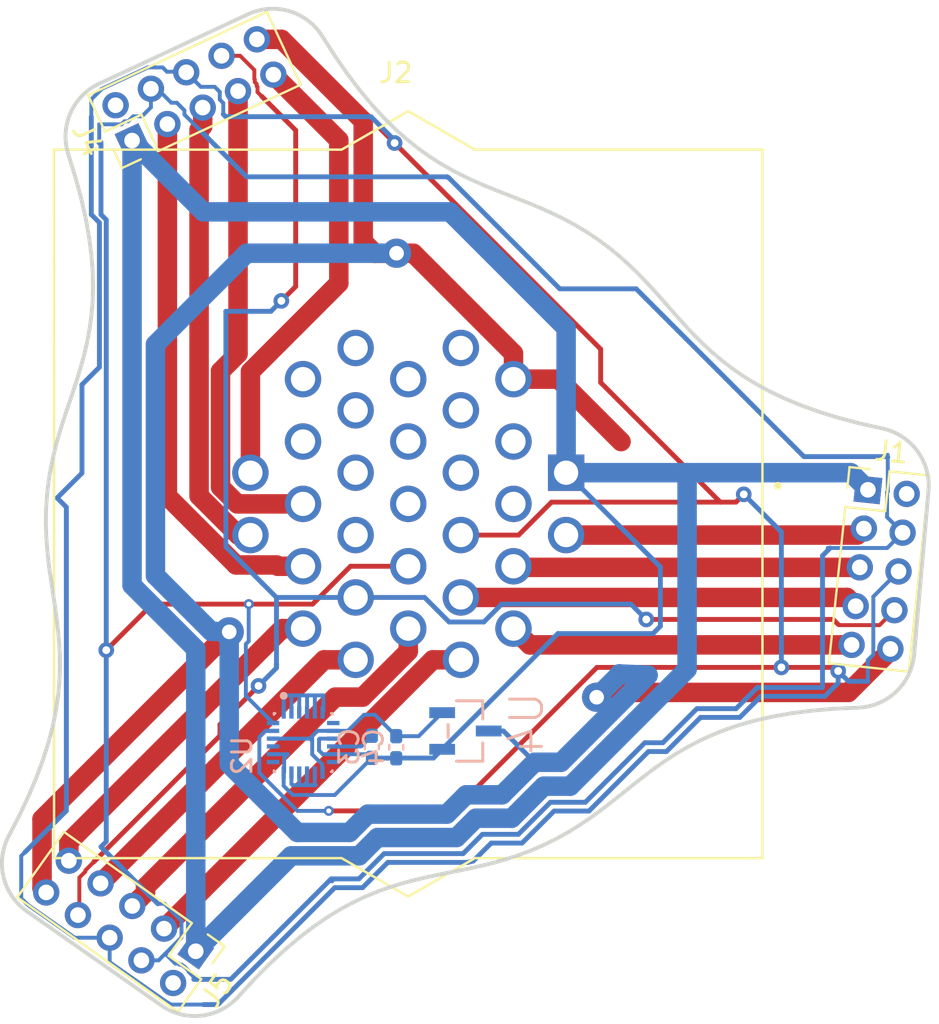
<source format=kicad_pcb>
(kicad_pcb (version 20171130) (host pcbnew 5.1.7-a382d34a88~90~ubuntu20.04.1)

  (general
    (thickness 1.6)
    (drawings 153)
    (tracks 411)
    (zones 0)
    (modules 8)
    (nets 41)
  )

  (page A4)
  (layers
    (0 F.Cu signal)
    (31 B.Cu signal)
    (32 B.Adhes user hide)
    (33 F.Adhes user hide)
    (34 B.Paste user hide)
    (35 F.Paste user hide)
    (36 B.SilkS user hide)
    (37 F.SilkS user hide)
    (38 B.Mask user hide)
    (39 F.Mask user hide)
    (40 Dwgs.User user hide)
    (41 Cmts.User user hide)
    (42 Eco1.User user hide)
    (43 Eco2.User user hide)
    (44 Edge.Cuts user)
    (45 Margin user hide)
    (46 B.CrtYd user hide)
    (47 F.CrtYd user hide)
    (48 B.Fab user hide)
    (49 F.Fab user hide)
  )

  (setup
    (last_trace_width 0.2)
    (user_trace_width 0.2)
    (user_trace_width 0.25)
    (user_trace_width 0.5)
    (user_trace_width 0.75)
    (user_trace_width 1)
    (trace_clearance 0.15)
    (zone_clearance 0.508)
    (zone_45_only no)
    (trace_min 0.2)
    (via_size 0.8)
    (via_drill 0.4)
    (via_min_size 0.5)
    (via_min_drill 0.254)
    (user_via 0.508 0.254)
    (user_via 1 0.5)
    (user_via 1.5 0.75)
    (uvia_size 0.3)
    (uvia_drill 0.1)
    (uvias_allowed no)
    (uvia_min_size 0.2)
    (uvia_min_drill 0.1)
    (edge_width 0.05)
    (segment_width 0.2)
    (pcb_text_width 0.3)
    (pcb_text_size 1.5 1.5)
    (mod_edge_width 0.12)
    (mod_text_size 1 1)
    (mod_text_width 0.15)
    (pad_size 2.7 2.7)
    (pad_drill 2)
    (pad_to_mask_clearance 0.05)
    (aux_axis_origin 0 0)
    (visible_elements FFF9FF1F)
    (pcbplotparams
      (layerselection 0x010fc_ffffffff)
      (usegerberextensions false)
      (usegerberattributes true)
      (usegerberadvancedattributes true)
      (creategerberjobfile true)
      (excludeedgelayer true)
      (linewidth 0.100000)
      (plotframeref false)
      (viasonmask false)
      (mode 1)
      (useauxorigin false)
      (hpglpennumber 1)
      (hpglpenspeed 20)
      (hpglpendiameter 15.000000)
      (psnegative false)
      (psa4output false)
      (plotreference true)
      (plotvalue true)
      (plotinvisibletext false)
      (padsonsilk false)
      (subtractmaskfromsilk false)
      (outputformat 1)
      (mirror false)
      (drillshape 1)
      (scaleselection 1)
      (outputdirectory ""))
  )

  (net 0 "")
  (net 1 GND)
  (net 2 /+3V)
  (net 3 +8V)
  (net 4 /SMA1_SIG)
  (net 5 /SMA2_SIG)
  (net 6 /SMA3_SIG)
  (net 7 /SMA4_SIG)
  (net 8 /SMA5_SIG)
  (net 9 /SMA6_SIG)
  (net 10 /SMA7_SIG)
  (net 11 /SMA8_SIG)
  (net 12 /SMA9_SIG)
  (net 13 /SMA10_SIG)
  (net 14 /SMA11_SIG)
  (net 15 /SMA12_SIG)
  (net 16 /SCL)
  (net 17 /SDA)
  (net 18 "Net-(J1-Pad2)")
  (net 19 "Net-(J5-Pad2)")
  (net 20 "Net-(C3-Pad1)")
  (net 21 "Net-(C4-Pad1)")
  (net 22 "Net-(U2-Pad21)")
  (net 23 "Net-(U2-Pad19)")
  (net 24 "Net-(U2-Pad1)")
  (net 25 "Net-(U2-Pad12)")
  (net 26 "Net-(U2-Pad7)")
  (net 27 "Net-(J2-Pad22)")
  (net 28 "Net-(J2-Pad21)")
  (net 29 "Net-(J2-Pad20)")
  (net 30 "Net-(J2-Pad16)")
  (net 31 "Net-(J2-Pad15)")
  (net 32 "Net-(J2-Pad10)")
  (net 33 "Net-(J2-Pad9)")
  (net 34 "Net-(J2-Pad8)")
  (net 35 "Net-(J2-Pad5)")
  (net 36 "Net-(J2-Pad4)")
  (net 37 "Net-(J2-Pad26)")
  (net 38 "Net-(J2-Pad25)")
  (net 39 "Net-(J2-Pad19)")
  (net 40 "Net-(J2-Pad14)")

  (net_class Default "This is the default net class."
    (clearance 0.15)
    (trace_width 0.25)
    (via_dia 0.8)
    (via_drill 0.4)
    (uvia_dia 0.3)
    (uvia_drill 0.1)
    (add_net +8V)
    (add_net /+3V)
    (add_net /SCL)
    (add_net /SDA)
    (add_net /SMA10_SIG)
    (add_net /SMA11_SIG)
    (add_net /SMA12_SIG)
    (add_net /SMA1_SIG)
    (add_net /SMA2_SIG)
    (add_net /SMA3_SIG)
    (add_net /SMA4_SIG)
    (add_net /SMA5_SIG)
    (add_net /SMA6_SIG)
    (add_net /SMA7_SIG)
    (add_net /SMA8_SIG)
    (add_net /SMA9_SIG)
    (add_net GND)
    (add_net "Net-(C3-Pad1)")
    (add_net "Net-(C4-Pad1)")
    (add_net "Net-(J1-Pad2)")
    (add_net "Net-(J2-Pad10)")
    (add_net "Net-(J2-Pad14)")
    (add_net "Net-(J2-Pad15)")
    (add_net "Net-(J2-Pad16)")
    (add_net "Net-(J2-Pad19)")
    (add_net "Net-(J2-Pad20)")
    (add_net "Net-(J2-Pad21)")
    (add_net "Net-(J2-Pad22)")
    (add_net "Net-(J2-Pad25)")
    (add_net "Net-(J2-Pad26)")
    (add_net "Net-(J2-Pad4)")
    (add_net "Net-(J2-Pad5)")
    (add_net "Net-(J2-Pad8)")
    (add_net "Net-(J2-Pad9)")
    (add_net "Net-(J5-Pad2)")
    (add_net "Net-(U2-Pad1)")
    (add_net "Net-(U2-Pad12)")
    (add_net "Net-(U2-Pad19)")
    (add_net "Net-(U2-Pad21)")
    (add_net "Net-(U2-Pad7)")
  )

  (net_class small ""
    (clearance 0.1)
    (trace_width 0.25)
    (via_dia 0.8)
    (via_drill 0.4)
    (uvia_dia 0.3)
    (uvia_drill 0.1)
  )

  (module 24291-31PG-300:SWITCHCRAFT_24291-31PG-300 (layer F.Cu) (tedit 61F9B0E6) (tstamp 61FA15B3)
    (at 109.3013 108.73212)
    (path /61F9E341)
    (fp_text reference J2 (at -0.645 -22.115) (layer F.SilkS)
      (effects (font (size 1 1) (thickness 0.15)))
    )
    (fp_text value Conn_01x31 (at 13.69 22.045) (layer F.Fab)
      (effects (font (size 1 1) (thickness 0.15)))
    )
    (fp_circle (center 18.965 -0.93) (end 19.065 -0.93) (layer F.SilkS) (width 0.2))
    (fp_circle (center 18.965 -0.93) (end 19.065 -0.93) (layer F.Fab) (width 0.2))
    (fp_line (start 0 -20.15) (end 17.45 -10.075) (layer F.Fab) (width 0.127))
    (fp_line (start 17.45 -10.075) (end 17.45 10.075) (layer F.Fab) (width 0.127))
    (fp_line (start 17.45 10.075) (end 0 20.15) (layer F.Fab) (width 0.127))
    (fp_line (start 0 20.15) (end -17.45 10.075) (layer F.Fab) (width 0.127))
    (fp_line (start -17.45 10.075) (end -17.45 -10.075) (layer F.Fab) (width 0.127))
    (fp_line (start -17.45 -10.075) (end 0 -20.15) (layer F.Fab) (width 0.127))
    (fp_line (start -18.175 -18.175) (end 18.175 -18.175) (layer F.Fab) (width 0.127))
    (fp_line (start 18.175 -18.175) (end 18.175 18.175) (layer F.Fab) (width 0.127))
    (fp_line (start 18.175 18.175) (end -18.175 18.175) (layer F.Fab) (width 0.127))
    (fp_line (start -18.175 18.175) (end -18.175 -18.175) (layer F.Fab) (width 0.127))
    (fp_line (start -18.18 -18.175) (end -3.42 -18.175) (layer F.SilkS) (width 0.127))
    (fp_line (start -3.42 -18.175) (end 0 -20.15) (layer F.SilkS) (width 0.127))
    (fp_line (start 0 -20.15) (end 3.42 -18.175) (layer F.SilkS) (width 0.127))
    (fp_line (start 3.42 -18.175) (end 18.175 -18.175) (layer F.SilkS) (width 0.127))
    (fp_line (start 18.175 -18.175) (end 18.175 18.175) (layer F.SilkS) (width 0.127))
    (fp_line (start 18.175 18.175) (end 3.42 18.175) (layer F.SilkS) (width 0.127))
    (fp_line (start 3.42 18.175) (end 0 20.145) (layer F.SilkS) (width 0.127))
    (fp_line (start 0 20.145) (end -3.42 18.175) (layer F.SilkS) (width 0.127))
    (fp_line (start -18.18 -18.175) (end -18.175 18.175) (layer F.SilkS) (width 0.127))
    (fp_line (start -18.175 18.175) (end -3.43 18.175) (layer F.SilkS) (width 0.127))
    (fp_line (start -18.425 -18.425) (end -3.5 -18.425) (layer F.CrtYd) (width 0.05))
    (fp_line (start -3.5 -18.425) (end 0 -20.4) (layer F.CrtYd) (width 0.05))
    (fp_line (start 0 -20.4) (end 3.5 -18.425) (layer F.CrtYd) (width 0.05))
    (fp_line (start 3.5 -18.425) (end 18.425 -18.425) (layer F.CrtYd) (width 0.05))
    (fp_line (start 18.425 -18.425) (end 18.425 18.425) (layer F.CrtYd) (width 0.05))
    (fp_line (start 18.425 18.425) (end 3.5 18.425) (layer F.CrtYd) (width 0.05))
    (fp_line (start 3.5 18.425) (end 0 20.4) (layer F.CrtYd) (width 0.05))
    (fp_line (start 0 20.4) (end -3.5 18.425) (layer F.CrtYd) (width 0.05))
    (fp_line (start -3.5 18.425) (end -18.425 18.425) (layer F.CrtYd) (width 0.05))
    (fp_line (start -18.425 18.425) (end -18.425 -18.425) (layer F.CrtYd) (width 0.05))
    (pad 31 thru_hole circle (at -8.1 1.6) (size 1.8669 1.8669) (drill 1.2446) (layers *.Cu *.Mask)
      (net 6 /SMA3_SIG))
    (pad 30 thru_hole circle (at -8.1 -1.6) (size 1.8669 1.8669) (drill 1.2446) (layers *.Cu *.Mask)
      (net 4 /SMA1_SIG))
    (pad 29 thru_hole circle (at -5.4 6.4) (size 1.8669 1.8669) (drill 1.2446) (layers *.Cu *.Mask)
      (net 8 /SMA5_SIG))
    (pad 28 thru_hole circle (at -5.4 3.2) (size 1.8669 1.8669) (drill 1.2446) (layers *.Cu *.Mask)
      (net 7 /SMA4_SIG))
    (pad 27 thru_hole circle (at -5.4 0) (size 1.8669 1.8669) (drill 1.2446) (layers *.Cu *.Mask)
      (net 5 /SMA2_SIG))
    (pad 26 thru_hole circle (at -5.4 -3.2) (size 1.8669 1.8669) (drill 1.2446) (layers *.Cu *.Mask)
      (net 37 "Net-(J2-Pad26)"))
    (pad 25 thru_hole circle (at -5.4 -6.4) (size 1.8669 1.8669) (drill 1.2446) (layers *.Cu *.Mask)
      (net 38 "Net-(J2-Pad25)"))
    (pad 24 thru_hole circle (at -2.7 8) (size 1.8669 1.8669) (drill 1.2446) (layers *.Cu *.Mask)
      (net 9 /SMA6_SIG))
    (pad 23 thru_hole circle (at -2.7 4.8) (size 1.8669 1.8669) (drill 1.2446) (layers *.Cu *.Mask)
      (net 2 /+3V))
    (pad 22 thru_hole circle (at -2.7 1.6) (size 1.8669 1.8669) (drill 1.2446) (layers *.Cu *.Mask)
      (net 27 "Net-(J2-Pad22)"))
    (pad 21 thru_hole circle (at -2.7 -1.6) (size 1.8669 1.8669) (drill 1.2446) (layers *.Cu *.Mask)
      (net 28 "Net-(J2-Pad21)"))
    (pad 20 thru_hole circle (at -2.7 -4.8) (size 1.8669 1.8669) (drill 1.2446) (layers *.Cu *.Mask)
      (net 29 "Net-(J2-Pad20)"))
    (pad 19 thru_hole circle (at -2.7 -8) (size 1.8669 1.8669) (drill 1.2446) (layers *.Cu *.Mask)
      (net 39 "Net-(J2-Pad19)"))
    (pad 18 thru_hole circle (at 0 6.4) (size 1.8669 1.8669) (drill 1.2446) (layers *.Cu *.Mask)
      (net 10 /SMA7_SIG))
    (pad 17 thru_hole circle (at 0 3.2) (size 1.8669 1.8669) (drill 1.2446) (layers *.Cu *.Mask)
      (net 17 /SDA))
    (pad 16 thru_hole circle (at 0 0) (size 1.8669 1.8669) (drill 1.2446) (layers *.Cu *.Mask)
      (net 30 "Net-(J2-Pad16)"))
    (pad 15 thru_hole circle (at 0 -3.2) (size 1.8669 1.8669) (drill 1.2446) (layers *.Cu *.Mask)
      (net 31 "Net-(J2-Pad15)"))
    (pad 14 thru_hole circle (at 0 -6.4) (size 1.8669 1.8669) (drill 1.2446) (layers *.Cu *.Mask)
      (net 40 "Net-(J2-Pad14)"))
    (pad 13 thru_hole circle (at 2.7 8) (size 1.8669 1.8669) (drill 1.2446) (layers *.Cu *.Mask)
      (net 11 /SMA8_SIG))
    (pad 12 thru_hole circle (at 2.7 4.8) (size 1.8669 1.8669) (drill 1.2446) (layers *.Cu *.Mask)
      (net 13 /SMA10_SIG))
    (pad 11 thru_hole circle (at 2.7 1.6) (size 1.8669 1.8669) (drill 1.2446) (layers *.Cu *.Mask)
      (net 16 /SCL))
    (pad 10 thru_hole circle (at 2.7 -1.6) (size 1.8669 1.8669) (drill 1.2446) (layers *.Cu *.Mask)
      (net 32 "Net-(J2-Pad10)"))
    (pad 9 thru_hole circle (at 2.7 -4.8) (size 1.8669 1.8669) (drill 1.2446) (layers *.Cu *.Mask)
      (net 33 "Net-(J2-Pad9)"))
    (pad 8 thru_hole circle (at 2.7 -8) (size 1.8669 1.8669) (drill 1.2446) (layers *.Cu *.Mask)
      (net 34 "Net-(J2-Pad8)"))
    (pad 7 thru_hole circle (at 5.4 6.4) (size 1.8669 1.8669) (drill 1.2446) (layers *.Cu *.Mask)
      (net 12 /SMA9_SIG))
    (pad 6 thru_hole circle (at 5.4 3.2) (size 1.8669 1.8669) (drill 1.2446) (layers *.Cu *.Mask)
      (net 14 /SMA11_SIG))
    (pad 5 thru_hole circle (at 5.4 0) (size 1.8669 1.8669) (drill 1.2446) (layers *.Cu *.Mask)
      (net 35 "Net-(J2-Pad5)"))
    (pad 4 thru_hole circle (at 5.4 -3.2) (size 1.8669 1.8669) (drill 1.2446) (layers *.Cu *.Mask)
      (net 36 "Net-(J2-Pad4)"))
    (pad 3 thru_hole circle (at 5.4 -6.4) (size 1.8669 1.8669) (drill 1.2446) (layers *.Cu *.Mask)
      (net 3 +8V))
    (pad 2 thru_hole circle (at 8.1 1.6) (size 1.8669 1.8669) (drill 1.2446) (layers *.Cu *.Mask)
      (net 15 /SMA12_SIG))
    (pad 1 thru_hole rect (at 8.1 -1.6) (size 1.8669 1.8669) (drill 1.2446) (layers *.Cu *.Mask)
      (net 1 GND))
  )

  (module MCP1703T-1802E_CB:SOT95P255X145-3N (layer B.Cu) (tedit 6179CCAC) (tstamp 617AEEEB)
    (at 112.23498 120.3833 90)
    (path /617ABE6D)
    (fp_text reference U4 (at 0.381245 3.151645 90) (layer B.SilkS)
      (effects (font (size 1.641063 1.641063) (thickness 0.15)) (justify mirror))
    )
    (fp_text value MCP1703T-1802E_CB (at 10.93662 -3.255565 90) (layer B.Fab)
      (effects (font (size 1.642197 1.642197) (thickness 0.15)) (justify mirror))
    )
    (fp_line (start -1.5494 0.889) (end -1.5494 -0.4572) (layer B.SilkS) (width 0.1524))
    (fp_line (start 1.5494 0.889) (end 0.6096 0.889) (layer B.SilkS) (width 0.1524))
    (fp_line (start 1.5494 -0.4572) (end 1.5494 0.889) (layer B.SilkS) (width 0.1524))
    (fp_line (start -0.3302 -0.889) (end 0.3302 -0.889) (layer B.SilkS) (width 0.1524))
    (fp_line (start -0.6096 0.889) (end -1.5494 0.889) (layer B.SilkS) (width 0.1524))
    (fp_line (start -1.5494 0.889) (end -1.5494 -0.889) (layer B.Fab) (width 0.1524))
    (fp_line (start 1.5494 0.889) (end -1.5494 0.889) (layer B.Fab) (width 0.1524))
    (fp_line (start 1.5494 -0.889) (end 1.5494 0.889) (layer B.Fab) (width 0.1524))
    (fp_line (start -1.5494 -0.889) (end 1.5494 -0.889) (layer B.Fab) (width 0.1524))
    (fp_line (start -0.254 1.4986) (end -0.254 0.889) (layer B.Fab) (width 0.1524))
    (fp_line (start 0.254 1.4986) (end -0.254 1.4986) (layer B.Fab) (width 0.1524))
    (fp_line (start 0.254 0.889) (end 0.254 1.4986) (layer B.Fab) (width 0.1524))
    (fp_line (start -0.254 0.889) (end 0.254 0.889) (layer B.Fab) (width 0.1524))
    (fp_line (start 1.1938 -1.4986) (end 1.1938 -0.889) (layer B.Fab) (width 0.1524))
    (fp_line (start 0.6858 -1.4986) (end 1.1938 -1.4986) (layer B.Fab) (width 0.1524))
    (fp_line (start 0.6858 -0.889) (end 0.6858 -1.4986) (layer B.Fab) (width 0.1524))
    (fp_line (start 1.1938 -0.889) (end 0.6858 -0.889) (layer B.Fab) (width 0.1524))
    (fp_line (start -0.6858 -1.4986) (end -0.6858 -0.889) (layer B.Fab) (width 0.1524))
    (fp_line (start -1.1938 -1.4986) (end -0.6858 -1.4986) (layer B.Fab) (width 0.1524))
    (fp_line (start -1.1938 -0.889) (end -1.1938 -1.4986) (layer B.Fab) (width 0.1524))
    (fp_line (start -0.6858 -0.889) (end -1.1938 -0.889) (layer B.Fab) (width 0.1524))
    (pad 3 smd rect (at 0 1.1938 90) (size 0.5588 1.3208) (layers B.Cu B.Paste B.Mask)
      (net 3 +8V))
    (pad 2 smd rect (at 0.9398 -1.1938 90) (size 0.5588 1.3208) (layers B.Cu B.Paste B.Mask)
      (net 21 "Net-(C4-Pad1)"))
    (pad 1 smd rect (at -0.9398 -1.1938 90) (size 0.5588 1.3208) (layers B.Cu B.Paste B.Mask)
      (net 1 GND))
  )

  (module ICM-20948:QFN40P300X300X105-24N (layer B.Cu) (tedit 6179D13D) (tstamp 617AEE55)
    (at 103.90818 120.97568 270)
    (path /6180B418)
    (fp_text reference U2 (at 0.675 3.135 270) (layer B.SilkS)
      (effects (font (size 1 1) (thickness 0.15)) (justify mirror))
    )
    (fp_text value ICM-20948 (at 10.835 -3.135 270) (layer B.Fab)
      (effects (font (size 1 1) (thickness 0.15)) (justify mirror))
    )
    (fp_line (start 1.5 1.5) (end 1.43 1.5) (layer B.SilkS) (width 0.127))
    (fp_line (start 1.5 1.43) (end 1.5 1.5) (layer B.SilkS) (width 0.127))
    (fp_line (start 1.5 -1.5) (end 1.5 -1.43) (layer B.SilkS) (width 0.127))
    (fp_line (start 1.43 -1.5) (end 1.5 -1.5) (layer B.SilkS) (width 0.127))
    (fp_line (start -1.5 -1.5) (end -1.43 -1.5) (layer B.SilkS) (width 0.127))
    (fp_line (start -1.5 -1.43) (end -1.5 -1.5) (layer B.SilkS) (width 0.127))
    (fp_poly (pts (xy -0.85 0.77) (xy 0.85 0.77) (xy 0.85 -0.77) (xy -0.85 -0.77)) (layer Dwgs.User) (width 0.01))
    (fp_poly (pts (xy -0.85 0.77) (xy 0.85 0.77) (xy 0.85 -0.77) (xy -0.85 -0.77)) (layer Dwgs.User) (width 0.01))
    (fp_circle (center -2.4 1) (end -2.3 1) (layer B.Fab) (width 0.2))
    (fp_circle (center -2.4 1) (end -2.3 1) (layer B.SilkS) (width 0.2))
    (fp_line (start -2.115 -2.115) (end -2.115 2.115) (layer B.CrtYd) (width 0.05))
    (fp_line (start 2.115 -2.115) (end -2.115 -2.115) (layer B.CrtYd) (width 0.05))
    (fp_line (start 2.115 2.115) (end 2.115 -2.115) (layer B.CrtYd) (width 0.05))
    (fp_line (start -2.115 2.115) (end 2.115 2.115) (layer B.CrtYd) (width 0.05))
    (fp_line (start -1.5 1.5) (end -1.5 1.43) (layer B.SilkS) (width 0.127))
    (fp_line (start -1.43 1.5) (end -1.5 1.5) (layer B.SilkS) (width 0.127))
    (fp_line (start -1.5 -1.5) (end -1.5 1.5) (layer B.Fab) (width 0.127))
    (fp_line (start 1.5 -1.5) (end -1.5 -1.5) (layer B.Fab) (width 0.127))
    (fp_line (start 1.5 1.5) (end 1.5 -1.5) (layer B.Fab) (width 0.127))
    (fp_line (start -1.5 1.5) (end 1.5 1.5) (layer B.Fab) (width 0.127))
    (pad 24 smd roundrect (at -1 1.545 270) (size 0.22 0.64) (layers B.Cu B.Paste B.Mask) (roundrect_rratio 0.03)
      (net 17 /SDA))
    (pad 23 smd roundrect (at -0.6 1.545 270) (size 0.22 0.64) (layers B.Cu B.Paste B.Mask) (roundrect_rratio 0.03)
      (net 16 /SCL))
    (pad 22 smd roundrect (at -0.2 1.545 270) (size 0.22 0.64) (layers B.Cu B.Paste B.Mask) (roundrect_rratio 0.03)
      (net 21 "Net-(C4-Pad1)"))
    (pad 21 smd roundrect (at 0.2 1.545 270) (size 0.22 0.64) (layers B.Cu B.Paste B.Mask) (roundrect_rratio 0.03)
      (net 22 "Net-(U2-Pad21)"))
    (pad 20 smd roundrect (at 0.6 1.545 270) (size 0.22 0.64) (layers B.Cu B.Paste B.Mask) (roundrect_rratio 0.03)
      (net 1 GND))
    (pad 19 smd roundrect (at 1 1.545 270) (size 0.22 0.64) (layers B.Cu B.Paste B.Mask) (roundrect_rratio 0.03)
      (net 23 "Net-(U2-Pad19)"))
    (pad 18 smd roundrect (at 1.545 1 270) (size 0.64 0.22) (layers B.Cu B.Paste B.Mask) (roundrect_rratio 0.03)
      (net 1 GND))
    (pad 17 smd roundrect (at 1.545 0.6 270) (size 0.64 0.22) (layers B.Cu B.Paste B.Mask) (roundrect_rratio 0.03)
      (net 24 "Net-(U2-Pad1)"))
    (pad 16 smd roundrect (at 1.545 0.2 270) (size 0.64 0.22) (layers B.Cu B.Paste B.Mask) (roundrect_rratio 0.03)
      (net 24 "Net-(U2-Pad1)"))
    (pad 15 smd roundrect (at 1.545 -0.2 270) (size 0.64 0.22) (layers B.Cu B.Paste B.Mask) (roundrect_rratio 0.03)
      (net 24 "Net-(U2-Pad1)"))
    (pad 14 smd roundrect (at 1.545 -0.6 270) (size 0.64 0.22) (layers B.Cu B.Paste B.Mask) (roundrect_rratio 0.03)
      (net 24 "Net-(U2-Pad1)"))
    (pad 13 smd roundrect (at 1.545 -1 270) (size 0.64 0.22) (layers B.Cu B.Paste B.Mask) (roundrect_rratio 0.03)
      (net 21 "Net-(C4-Pad1)"))
    (pad 12 smd roundrect (at 1 -1.545 270) (size 0.22 0.64) (layers B.Cu B.Paste B.Mask) (roundrect_rratio 0.03)
      (net 25 "Net-(U2-Pad12)"))
    (pad 11 smd roundrect (at 0.6 -1.545 270) (size 0.22 0.64) (layers B.Cu B.Paste B.Mask) (roundrect_rratio 0.03)
      (net 1 GND))
    (pad 10 smd roundrect (at 0.2 -1.545 270) (size 0.22 0.64) (layers B.Cu B.Paste B.Mask) (roundrect_rratio 0.03)
      (net 20 "Net-(C3-Pad1)"))
    (pad 9 smd roundrect (at -0.2 -1.545 270) (size 0.22 0.64) (layers B.Cu B.Paste B.Mask) (roundrect_rratio 0.03)
      (net 1 GND))
    (pad 8 smd roundrect (at -0.6 -1.545 270) (size 0.22 0.64) (layers B.Cu B.Paste B.Mask) (roundrect_rratio 0.03)
      (net 21 "Net-(C4-Pad1)"))
    (pad 7 smd roundrect (at -1 -1.545 270) (size 0.22 0.64) (layers B.Cu B.Paste B.Mask) (roundrect_rratio 0.03)
      (net 26 "Net-(U2-Pad7)"))
    (pad 6 smd roundrect (at -1.545 -1 270) (size 0.64 0.22) (layers B.Cu B.Paste B.Mask) (roundrect_rratio 0.03)
      (net 24 "Net-(U2-Pad1)"))
    (pad 5 smd roundrect (at -1.545 -0.6 270) (size 0.64 0.22) (layers B.Cu B.Paste B.Mask) (roundrect_rratio 0.03)
      (net 24 "Net-(U2-Pad1)"))
    (pad 4 smd roundrect (at -1.545 -0.2 270) (size 0.64 0.22) (layers B.Cu B.Paste B.Mask) (roundrect_rratio 0.03)
      (net 24 "Net-(U2-Pad1)"))
    (pad 3 smd roundrect (at -1.545 0.2 270) (size 0.64 0.22) (layers B.Cu B.Paste B.Mask) (roundrect_rratio 0.03)
      (net 24 "Net-(U2-Pad1)"))
    (pad 2 smd roundrect (at -1.545 0.6 270) (size 0.64 0.22) (layers B.Cu B.Paste B.Mask) (roundrect_rratio 0.03)
      (net 24 "Net-(U2-Pad1)"))
    (pad 1 smd roundrect (at -1.545 1 270) (size 0.64 0.22) (layers B.Cu B.Paste B.Mask) (roundrect_rratio 0.03)
      (net 24 "Net-(U2-Pad1)"))
  )

  (module Capacitor_SMD:C_0402_1005Metric_Pad0.74x0.62mm_HandSolder (layer B.Cu) (tedit 5F6BB22C) (tstamp 617AEC79)
    (at 108.68406 121.2175 270)
    (descr "Capacitor SMD 0402 (1005 Metric), square (rectangular) end terminal, IPC_7351 nominal with elongated pad for handsoldering. (Body size source: IPC-SM-782 page 76, https://www.pcb-3d.com/wordpress/wp-content/uploads/ipc-sm-782a_amendment_1_and_2.pdf), generated with kicad-footprint-generator")
    (tags "capacitor handsolder")
    (path /617BA106)
    (attr smd)
    (fp_text reference C4 (at 0 1.16 90) (layer B.SilkS)
      (effects (font (size 1 1) (thickness 0.15)) (justify mirror))
    )
    (fp_text value C-USC0402 (at 0 -1.16 90) (layer B.Fab)
      (effects (font (size 1 1) (thickness 0.15)) (justify mirror))
    )
    (fp_line (start 1.08 -0.46) (end -1.08 -0.46) (layer B.CrtYd) (width 0.05))
    (fp_line (start 1.08 0.46) (end 1.08 -0.46) (layer B.CrtYd) (width 0.05))
    (fp_line (start -1.08 0.46) (end 1.08 0.46) (layer B.CrtYd) (width 0.05))
    (fp_line (start -1.08 -0.46) (end -1.08 0.46) (layer B.CrtYd) (width 0.05))
    (fp_line (start -0.115835 -0.36) (end 0.115835 -0.36) (layer B.SilkS) (width 0.12))
    (fp_line (start -0.115835 0.36) (end 0.115835 0.36) (layer B.SilkS) (width 0.12))
    (fp_line (start 0.5 -0.25) (end -0.5 -0.25) (layer B.Fab) (width 0.1))
    (fp_line (start 0.5 0.25) (end 0.5 -0.25) (layer B.Fab) (width 0.1))
    (fp_line (start -0.5 0.25) (end 0.5 0.25) (layer B.Fab) (width 0.1))
    (fp_line (start -0.5 -0.25) (end -0.5 0.25) (layer B.Fab) (width 0.1))
    (fp_text user %R (at 0 0 90) (layer B.Fab)
      (effects (font (size 0.25 0.25) (thickness 0.04)) (justify mirror))
    )
    (pad 2 smd roundrect (at 0.5675 0 270) (size 0.735 0.62) (layers B.Cu B.Paste B.Mask) (roundrect_rratio 0.25)
      (net 1 GND))
    (pad 1 smd roundrect (at -0.5675 0 270) (size 0.735 0.62) (layers B.Cu B.Paste B.Mask) (roundrect_rratio 0.25)
      (net 21 "Net-(C4-Pad1)"))
    (model ${KISYS3DMOD}/Capacitor_SMD.3dshapes/C_0402_1005Metric.wrl
      (at (xyz 0 0 0))
      (scale (xyz 1 1 1))
      (rotate (xyz 0 0 0))
    )
  )

  (module Capacitor_SMD:C_0402_1005Metric_Pad0.74x0.62mm_HandSolder (layer B.Cu) (tedit 5F6BB22C) (tstamp 617AEC68)
    (at 107.43438 121.19464 270)
    (descr "Capacitor SMD 0402 (1005 Metric), square (rectangular) end terminal, IPC_7351 nominal with elongated pad for handsoldering. (Body size source: IPC-SM-782 page 76, https://www.pcb-3d.com/wordpress/wp-content/uploads/ipc-sm-782a_amendment_1_and_2.pdf), generated with kicad-footprint-generator")
    (tags "capacitor handsolder")
    (path /617C30C0)
    (attr smd)
    (fp_text reference C3 (at 0 1.16 90) (layer B.SilkS)
      (effects (font (size 1 1) (thickness 0.15)) (justify mirror))
    )
    (fp_text value C-USC0402 (at 0 -1.16 90) (layer B.Fab)
      (effects (font (size 1 1) (thickness 0.15)) (justify mirror))
    )
    (fp_line (start 1.08 -0.46) (end -1.08 -0.46) (layer B.CrtYd) (width 0.05))
    (fp_line (start 1.08 0.46) (end 1.08 -0.46) (layer B.CrtYd) (width 0.05))
    (fp_line (start -1.08 0.46) (end 1.08 0.46) (layer B.CrtYd) (width 0.05))
    (fp_line (start -1.08 -0.46) (end -1.08 0.46) (layer B.CrtYd) (width 0.05))
    (fp_line (start -0.115835 -0.36) (end 0.115835 -0.36) (layer B.SilkS) (width 0.12))
    (fp_line (start -0.115835 0.36) (end 0.115835 0.36) (layer B.SilkS) (width 0.12))
    (fp_line (start 0.5 -0.25) (end -0.5 -0.25) (layer B.Fab) (width 0.1))
    (fp_line (start 0.5 0.25) (end 0.5 -0.25) (layer B.Fab) (width 0.1))
    (fp_line (start -0.5 0.25) (end 0.5 0.25) (layer B.Fab) (width 0.1))
    (fp_line (start -0.5 -0.25) (end -0.5 0.25) (layer B.Fab) (width 0.1))
    (fp_text user %R (at 0 0 90) (layer B.Fab)
      (effects (font (size 0.25 0.25) (thickness 0.04)) (justify mirror))
    )
    (pad 2 smd roundrect (at 0.5675 0 270) (size 0.735 0.62) (layers B.Cu B.Paste B.Mask) (roundrect_rratio 0.25)
      (net 1 GND))
    (pad 1 smd roundrect (at -0.5675 0 270) (size 0.735 0.62) (layers B.Cu B.Paste B.Mask) (roundrect_rratio 0.25)
      (net 20 "Net-(C3-Pad1)"))
    (model ${KISYS3DMOD}/Capacitor_SMD.3dshapes/C_0402_1005Metric.wrl
      (at (xyz 0 0 0))
      (scale (xyz 1 1 1))
      (rotate (xyz 0 0 0))
    )
  )

  (module Connector_PinHeader_2.00mm:PinHeader_2x05_P2.00mm_Vertical (layer F.Cu) (tedit 59FED667) (tstamp 604721FD)
    (at 95.128373 90.09205 115)
    (descr "Through hole straight pin header, 2x05, 2.00mm pitch, double rows")
    (tags "Through hole pin header THT 2x05 2.00mm double row")
    (path /60488DE7)
    (fp_text reference J4 (at 1 -2.06 115) (layer F.SilkS)
      (effects (font (size 1 1) (thickness 0.15)))
    )
    (fp_text value Conn_02x05_Counter_Clockwise (at 1 10.06 115) (layer F.Fab)
      (effects (font (size 1 1) (thickness 0.15)))
    )
    (fp_line (start 3.5 -1.5) (end -1.5 -1.5) (layer F.CrtYd) (width 0.05))
    (fp_line (start 3.5 9.5) (end 3.5 -1.5) (layer F.CrtYd) (width 0.05))
    (fp_line (start -1.5 9.5) (end 3.5 9.5) (layer F.CrtYd) (width 0.05))
    (fp_line (start -1.5 -1.5) (end -1.5 9.5) (layer F.CrtYd) (width 0.05))
    (fp_line (start -1.06 -1.06) (end 0 -1.06) (layer F.SilkS) (width 0.12))
    (fp_line (start -1.06 0) (end -1.06 -1.06) (layer F.SilkS) (width 0.12))
    (fp_line (start 1 -1.06) (end 3.06 -1.06) (layer F.SilkS) (width 0.12))
    (fp_line (start 1 1) (end 1 -1.06) (layer F.SilkS) (width 0.12))
    (fp_line (start -1.06 1) (end 1 1) (layer F.SilkS) (width 0.12))
    (fp_line (start 3.06 -1.06) (end 3.06 9.06) (layer F.SilkS) (width 0.12))
    (fp_line (start -1.06 1) (end -1.06 9.06) (layer F.SilkS) (width 0.12))
    (fp_line (start -1.06 9.06) (end 3.06 9.06) (layer F.SilkS) (width 0.12))
    (fp_line (start -1 0) (end 0 -1) (layer F.Fab) (width 0.1))
    (fp_line (start -1 9) (end -1 0) (layer F.Fab) (width 0.1))
    (fp_line (start 3 9) (end -1 9) (layer F.Fab) (width 0.1))
    (fp_line (start 3 -1) (end 3 9) (layer F.Fab) (width 0.1))
    (fp_line (start 0 -1) (end 3 -1) (layer F.Fab) (width 0.1))
    (fp_text user %R (at 1 4 25) (layer F.Fab)
      (effects (font (size 1 1) (thickness 0.15)))
    )
    (pad 10 thru_hole oval (at 2 8 115) (size 1.35 1.35) (drill 0.8) (layers *.Cu *.Mask)
      (net 3 +8V))
    (pad 9 thru_hole oval (at 0 8 115) (size 1.35 1.35) (drill 0.8) (layers *.Cu *.Mask)
      (net 4 /SMA1_SIG))
    (pad 8 thru_hole oval (at 2 6 115) (size 1.35 1.35) (drill 0.8) (layers *.Cu *.Mask)
      (net 2 /+3V))
    (pad 7 thru_hole oval (at 0 6 115) (size 1.35 1.35) (drill 0.8) (layers *.Cu *.Mask)
      (net 5 /SMA2_SIG))
    (pad 6 thru_hole oval (at 2 4 115) (size 1.35 1.35) (drill 0.8) (layers *.Cu *.Mask)
      (net 16 /SCL))
    (pad 5 thru_hole oval (at 0 4 115) (size 1.35 1.35) (drill 0.8) (layers *.Cu *.Mask)
      (net 6 /SMA3_SIG))
    (pad 4 thru_hole oval (at 2 2 115) (size 1.35 1.35) (drill 0.8) (layers *.Cu *.Mask)
      (net 17 /SDA))
    (pad 3 thru_hole oval (at 0 2 115) (size 1.35 1.35) (drill 0.8) (layers *.Cu *.Mask)
      (net 7 /SMA4_SIG))
    (pad 2 thru_hole oval (at 2 0 115) (size 1.35 1.35) (drill 0.8) (layers *.Cu *.Mask)
      (net 7 /SMA4_SIG))
    (pad 1 thru_hole rect (at 0 0 115) (size 1.35 1.35) (drill 0.8) (layers *.Cu *.Mask)
      (net 1 GND))
    (model ${KISYS3DMOD}/Connector_PinHeader_2.00mm.3dshapes/PinHeader_2x05_P2.00mm_Vertical.wrl
      (at (xyz 0 0 0))
      (scale (xyz 1 1 1))
      (rotate (xyz 0 0 0))
    )
  )

  (module Connector_PinHeader_2.00mm:PinHeader_2x05_P2.00mm_Vertical (layer F.Cu) (tedit 59FED667) (tstamp 6047221D)
    (at 98.39706 131.68376 234.5)
    (descr "Through hole straight pin header, 2x05, 2.00mm pitch, double rows")
    (tags "Through hole pin header THT 2x05 2.00mm double row")
    (path /60489940)
    (fp_text reference J5 (at 1 -2.06 54.5) (layer F.SilkS)
      (effects (font (size 1 1) (thickness 0.15)))
    )
    (fp_text value Conn_02x05_Counter_Clockwise (at 1 10.06 54.5) (layer F.Fab)
      (effects (font (size 1 1) (thickness 0.15)))
    )
    (fp_line (start 3.5 -1.5) (end -1.5 -1.5) (layer F.CrtYd) (width 0.05))
    (fp_line (start 3.5 9.5) (end 3.5 -1.5) (layer F.CrtYd) (width 0.05))
    (fp_line (start -1.5 9.5) (end 3.5 9.5) (layer F.CrtYd) (width 0.05))
    (fp_line (start -1.5 -1.5) (end -1.5 9.5) (layer F.CrtYd) (width 0.05))
    (fp_line (start -1.06 -1.06) (end 0 -1.06) (layer F.SilkS) (width 0.12))
    (fp_line (start -1.06 0) (end -1.06 -1.06) (layer F.SilkS) (width 0.12))
    (fp_line (start 1 -1.06) (end 3.06 -1.06) (layer F.SilkS) (width 0.12))
    (fp_line (start 1 1) (end 1 -1.06) (layer F.SilkS) (width 0.12))
    (fp_line (start -1.06 1) (end 1 1) (layer F.SilkS) (width 0.12))
    (fp_line (start 3.06 -1.06) (end 3.06 9.06) (layer F.SilkS) (width 0.12))
    (fp_line (start -1.06 1) (end -1.06 9.06) (layer F.SilkS) (width 0.12))
    (fp_line (start -1.06 9.06) (end 3.06 9.06) (layer F.SilkS) (width 0.12))
    (fp_line (start -1 0) (end 0 -1) (layer F.Fab) (width 0.1))
    (fp_line (start -1 9) (end -1 0) (layer F.Fab) (width 0.1))
    (fp_line (start 3 9) (end -1 9) (layer F.Fab) (width 0.1))
    (fp_line (start 3 -1) (end 3 9) (layer F.Fab) (width 0.1))
    (fp_line (start 0 -1) (end 3 -1) (layer F.Fab) (width 0.1))
    (fp_text user %R (at 1 4 144.5) (layer F.Fab)
      (effects (font (size 1 1) (thickness 0.15)))
    )
    (pad 10 thru_hole oval (at 2 8 234.5) (size 1.35 1.35) (drill 0.8) (layers *.Cu *.Mask)
      (net 3 +8V))
    (pad 9 thru_hole oval (at 0 8 234.5) (size 1.35 1.35) (drill 0.8) (layers *.Cu *.Mask)
      (net 8 /SMA5_SIG))
    (pad 8 thru_hole oval (at 2 6 234.5) (size 1.35 1.35) (drill 0.8) (layers *.Cu *.Mask)
      (net 2 /+3V))
    (pad 7 thru_hole oval (at 0 6 234.5) (size 1.35 1.35) (drill 0.8) (layers *.Cu *.Mask)
      (net 9 /SMA6_SIG))
    (pad 6 thru_hole oval (at 2 4 234.5) (size 1.35 1.35) (drill 0.8) (layers *.Cu *.Mask)
      (net 16 /SCL))
    (pad 5 thru_hole oval (at 0 4 234.5) (size 1.35 1.35) (drill 0.8) (layers *.Cu *.Mask)
      (net 10 /SMA7_SIG))
    (pad 4 thru_hole oval (at 2 2 234.5) (size 1.35 1.35) (drill 0.8) (layers *.Cu *.Mask)
      (net 17 /SDA))
    (pad 3 thru_hole oval (at 0 2 234.5) (size 1.35 1.35) (drill 0.8) (layers *.Cu *.Mask)
      (net 11 /SMA8_SIG))
    (pad 2 thru_hole oval (at 2 0 234.5) (size 1.35 1.35) (drill 0.8) (layers *.Cu *.Mask)
      (net 19 "Net-(J5-Pad2)"))
    (pad 1 thru_hole rect (at 0 0 234.5) (size 1.35 1.35) (drill 0.8) (layers *.Cu *.Mask)
      (net 1 GND))
    (model ${KISYS3DMOD}/Connector_PinHeader_2.00mm.3dshapes/PinHeader_2x05_P2.00mm_Vertical.wrl
      (at (xyz 0 0 0))
      (scale (xyz 1 1 1))
      (rotate (xyz 0 0 0))
    )
  )

  (module Connector_PinHeader_2.00mm:PinHeader_2x05_P2.00mm_Vertical (layer F.Cu) (tedit 59FED667) (tstamp 6046F541)
    (at 132.888273 108.009959 354)
    (descr "Through hole straight pin header, 2x05, 2.00mm pitch, double rows")
    (tags "Through hole pin header THT 2x05 2.00mm double row")
    (path /60471947)
    (fp_text reference J1 (at 1 -2.06 174) (layer F.SilkS)
      (effects (font (size 1 1) (thickness 0.15)))
    )
    (fp_text value Conn_02x05_Counter_Clockwise (at 1 10.06 174) (layer F.Fab)
      (effects (font (size 1 1) (thickness 0.15)))
    )
    (fp_line (start 3.5 -1.5) (end -1.5 -1.5) (layer F.CrtYd) (width 0.05))
    (fp_line (start 3.5 9.5) (end 3.5 -1.5) (layer F.CrtYd) (width 0.05))
    (fp_line (start -1.5 9.5) (end 3.5 9.5) (layer F.CrtYd) (width 0.05))
    (fp_line (start -1.5 -1.5) (end -1.5 9.5) (layer F.CrtYd) (width 0.05))
    (fp_line (start -1.06 -1.06) (end 0 -1.06) (layer F.SilkS) (width 0.12))
    (fp_line (start -1.06 0) (end -1.06 -1.06) (layer F.SilkS) (width 0.12))
    (fp_line (start 1 -1.06) (end 3.06 -1.06) (layer F.SilkS) (width 0.12))
    (fp_line (start 1 1) (end 1 -1.06) (layer F.SilkS) (width 0.12))
    (fp_line (start -1.06 1) (end 1 1) (layer F.SilkS) (width 0.12))
    (fp_line (start 3.06 -1.06) (end 3.06 9.06) (layer F.SilkS) (width 0.12))
    (fp_line (start -1.06 1) (end -1.06 9.06) (layer F.SilkS) (width 0.12))
    (fp_line (start -1.06 9.06) (end 3.06 9.06) (layer F.SilkS) (width 0.12))
    (fp_line (start -1 0) (end 0 -1) (layer F.Fab) (width 0.1))
    (fp_line (start -1 9) (end -1 0) (layer F.Fab) (width 0.1))
    (fp_line (start 3 9) (end -1 9) (layer F.Fab) (width 0.1))
    (fp_line (start 3 -1) (end 3 9) (layer F.Fab) (width 0.1))
    (fp_line (start 0 -1) (end 3 -1) (layer F.Fab) (width 0.1))
    (fp_text user %R (at 1 4 84) (layer F.Fab)
      (effects (font (size 1 1) (thickness 0.15)))
    )
    (pad 10 thru_hole oval (at 2 8 354) (size 1.35 1.35) (drill 0.8) (layers *.Cu *.Mask)
      (net 3 +8V))
    (pad 9 thru_hole oval (at 0 8 354) (size 1.35 1.35) (drill 0.8) (layers *.Cu *.Mask)
      (net 12 /SMA9_SIG))
    (pad 8 thru_hole oval (at 2 6 354) (size 1.35 1.35) (drill 0.8) (layers *.Cu *.Mask)
      (net 2 /+3V))
    (pad 7 thru_hole oval (at 0 6 354) (size 1.35 1.35) (drill 0.8) (layers *.Cu *.Mask)
      (net 13 /SMA10_SIG))
    (pad 6 thru_hole oval (at 2 4 354) (size 1.35 1.35) (drill 0.8) (layers *.Cu *.Mask)
      (net 16 /SCL))
    (pad 5 thru_hole oval (at 0 4 354) (size 1.35 1.35) (drill 0.8) (layers *.Cu *.Mask)
      (net 14 /SMA11_SIG))
    (pad 4 thru_hole oval (at 2 2 354) (size 1.35 1.35) (drill 0.8) (layers *.Cu *.Mask)
      (net 17 /SDA))
    (pad 3 thru_hole oval (at 0 2 354) (size 1.35 1.35) (drill 0.8) (layers *.Cu *.Mask)
      (net 15 /SMA12_SIG))
    (pad 2 thru_hole oval (at 2 0 354) (size 1.35 1.35) (drill 0.8) (layers *.Cu *.Mask)
      (net 18 "Net-(J1-Pad2)"))
    (pad 1 thru_hole rect (at 0 0 354) (size 1.35 1.35) (drill 0.8) (layers *.Cu *.Mask)
      (net 1 GND))
    (model ${KISYS3DMOD}/Connector_PinHeader_2.00mm.3dshapes/PinHeader_2x05_P2.00mm_Vertical.wrl
      (at (xyz 0 0 0))
      (scale (xyz 1 1 1))
      (rotate (xyz 0 0 0))
    )
  )

  (gr_line (start 92.837154 100.364908) (end 92.955708 99.717836) (layer Edge.Cuts) (width 0.2))
  (gr_line (start 116.297829 126.211526) (end 115.643078 126.497177) (layer Edge.Cuts) (width 0.2))
  (gr_line (start 91.265227 114.663349) (end 91.336509 115.273439) (layer Edge.Cuts) (width 0.2))
  (gr_line (start 128.991927 119.470861) (end 130.027105 119.338875) (layer Edge.Cuts) (width 0.2))
  (gr_line (start 121.050387 122.979341) (end 121.530364 122.606207) (layer Edge.Cuts) (width 0.2))
  (gr_line (start 128.036545 119.63668) (end 128.991927 119.470861) (layer Edge.Cuts) (width 0.2))
  (gr_line (start 92.170986 102.757768) (end 92.357456 102.179118) (layer Edge.Cuts) (width 0.2))
  (gr_line (start 110.172587 127.902424) (end 109.574911 128.044104) (layer Edge.Cuts) (width 0.2))
  (gr_line (start 90.83919 107.619326) (end 90.948745 106.943545) (layer Edge.Cuts) (width 0.2))
  (gr_line (start 110.766948 127.774588) (end 110.172587 127.902424) (layer Edge.Cuts) (width 0.2))
  (gr_line (start 91.410443 105.071918) (end 91.593913 104.483699) (layer Edge.Cuts) (width 0.2))
  (gr_line (start 109.260883 90.057219) (end 108.666071 89.531641) (layer Edge.Cuts) (width 0.2))
  (gr_line (start 113.276512 92.424403) (end 112.712518 92.181089) (layer Edge.Cuts) (width 0.2))
  (gr_line (start 115.643078 126.497177) (end 115.003058 126.740191) (layer Edge.Cuts) (width 0.2))
  (gr_line (start 91.422604 116.533296) (end 91.426994 117.191124) (layer Edge.Cuts) (width 0.2))
  (gr_line (start 108.666071 89.531641) (end 108.063317 88.939627) (layer Edge.Cuts) (width 0.2))
  (gr_line (start 90.913471 112.261192) (end 91.000982 112.864062) (layer Edge.Cuts) (width 0.2))
  (gr_line (start 91.223001 119.324578) (end 91.065243 120.102487) (layer Edge.Cuts) (width 0.2))
  (gr_line (start 91.000982 112.864062) (end 91.092252 113.462691) (layer Edge.Cuts) (width 0.2))
  (gr_line (start 101.07808 83.610265) (end 93.446436 87.168958) (layer Edge.Cuts) (width 0.2))
  (gr_line (start 111.006511 91.300609) (end 110.430218 90.935174) (layer Edge.Cuts) (width 0.2))
  (gr_line (start 107.741928 128.614964) (end 107.110933 128.874775) (layer Edge.Cuts) (width 0.2))
  (gr_line (start 124.405218 100.500491) (end 124.873362 100.934952) (layer Edge.Cuts) (width 0.2))
  (gr_line (start 116.673351 93.814392) (end 116.101253 93.558404) (layer Edge.Cuts) (width 0.2))
  (gr_line (start 108.361585 128.394099) (end 107.741928 128.614964) (layer Edge.Cuts) (width 0.2))
  (gr_line (start 117.831777 94.407781) (end 117.249898 94.095341) (layer Edge.Cuts) (width 0.2))
  (gr_line (start 104.433468 130.428996) (end 103.715705 130.977674) (layer Edge.Cuts) (width 0.2))
  (gr_line (start 122.733489 98.708142) (end 123.134169 99.161603) (layer Edge.Cuts) (width 0.2))
  (gr_line (start 120.612912 96.450149) (end 121.074109 96.895835) (layer Edge.Cuts) (width 0.2))
  (gr_line (start 92.922653 95.04967) (end 92.751713 94.09519) (layer Edge.Cuts) (width 0.2))
  (gr_line (start 124.891062 120.588338) (end 125.588219 120.312162) (layer Edge.Cuts) (width 0.2))
  (gr_line (start 102.974572 131.602953) (end 102.208065 132.311107) (layer Edge.Cuts) (width 0.2))
  (gr_line (start 110.430218 90.935174) (end 109.848636 90.522887) (layer Edge.Cuts) (width 0.2))
  (gr_line (start 106.198548 86.699673) (end 105.555173 85.776623) (layer Edge.Cuts) (width 0.2))
  (gr_line (start 90.853921 120.920495) (end 90.583822 121.78263) (layer Edge.Cuts) (width 0.2))
  (gr_line (start 91.336509 115.273439) (end 91.390705 115.895411) (layer Edge.Cuts) (width 0.2))
  (gr_line (start 130.027105 119.338875) (end 131.148178 119.243221) (layer Edge.Cuts) (width 0.2))
  (gr_line (start 114.4028 92.87493) (end 113.839644 92.653507) (layer Edge.Cuts) (width 0.2))
  (gr_line (start 91.398665 117.872927) (end 91.332404 118.582734) (layer Edge.Cuts) (width 0.2))
  (gr_line (start 119.015076 95.153249) (end 118.419875 94.758242) (layer Edge.Cuts) (width 0.2))
  (gr_line (start 127.837228 102.95543) (end 128.599694 103.319353) (layer Edge.Cuts) (width 0.2))
  (gr_line (start 92.533596 101.590675) (end 92.694972 100.987563) (layer Edge.Cuts) (width 0.2))
  (gr_line (start 90.583822 121.78263) (end 90.249735 122.692926) (layer Edge.Cuts) (width 0.2))
  (gr_line (start 90.759196 108.329183) (end 90.83919 107.619326) (layer Edge.Cuts) (width 0.2))
  (gr_line (start 91.182072 114.061109) (end 91.265227 114.663349) (layer Edge.Cuts) (width 0.2))
  (gr_line (start 119.015077 95.15325) (end 119.589833 95.577455) (layer Edge.Cuts) (width 0.2))
  (gr_line (start 103.715705 130.977674) (end 102.974572 131.602953) (layer Edge.Cuts) (width 0.2))
  (gr_line (start 91.390705 115.895411) (end 91.422604 116.533296) (layer Edge.Cuts) (width 0.2))
  (gr_line (start 91.978617 103.331498) (end 92.170986 102.757768) (layer Edge.Cuts) (width 0.2))
  (gr_line (start 92.357456 102.179118) (end 92.533596 101.590675) (layer Edge.Cuts) (width 0.2))
  (gr_line (start 117.535074 125.559492) (end 118.096595 125.21179) (layer Edge.Cuts) (width 0.2))
  (gr_line (start 109.848636 90.522887) (end 109.260883 90.057219) (layer Edge.Cuts) (width 0.2))
  (gr_line (start 91.784782 103.905184) (end 91.978617 103.331498) (layer Edge.Cuts) (width 0.2))
  (gr_line (start 90.948745 106.943545) (end 91.083427 106.296967) (layer Edge.Cuts) (width 0.2))
  (gr_line (start 121.074109 96.895835) (end 121.510327 97.345879) (layer Edge.Cuts) (width 0.2))
  (gr_line (start 91.593913 104.483699) (end 91.784782 103.905184) (layer Edge.Cuts) (width 0.2))
  (gr_line (start 91.092252 113.462691) (end 91.182072 114.061109) (layer Edge.Cuts) (width 0.2))
  (gr_arc (start 98.349647 132.006964) (end 96.628918 134.46442) (angle -83.33859138) (layer Edge.Cuts) (width 0.2))
  (gr_line (start 123.54206 99.612416) (end 123.963597 100.059179) (layer Edge.Cuts) (width 0.2))
  (gr_line (start 120.1203 96.010223) (end 120.612912 96.450149) (layer Edge.Cuts) (width 0.2))
  (gr_line (start 129.433745 103.666615) (end 130.345818 103.995815) (layer Edge.Cuts) (width 0.2))
  (gr_line (start 89.846449 123.655409) (end 89.368751 124.674114) (layer Edge.Cuts) (width 0.2))
  (gr_line (start 92.955708 99.717836) (end 93.046204 99.041472) (layer Edge.Cuts) (width 0.2))
  (gr_line (start 89.731176 129.63457) (end 96.628918 134.46442) (layer Edge.Cuts) (width 0.2))
  (gr_line (start 93.105007 96.787885) (end 93.03894 95.945609) (layer Edge.Cuts) (width 0.2))
  (gr_line (start 130.345818 103.995815) (end 131.34235 104.305553) (layer Edge.Cuts) (width 0.2))
  (gr_line (start 92.228143 91.99112) (end 91.866649 90.831778) (layer Edge.Cuts) (width 0.2))
  (gr_line (start 108.971911 128.205904) (end 108.361585 128.394099) (layer Edge.Cuts) (width 0.2))
  (gr_line (start 109.574911 128.044104) (end 108.971911 128.205904) (layer Edge.Cuts) (width 0.2))
  (gr_line (start 90.71471 109.042145) (end 90.705252 109.726684) (layer Edge.Cuts) (width 0.2))
  (gr_line (start 121.530364 122.606207) (end 122.023076 122.23943) (layer Edge.Cuts) (width 0.2))
  (gr_line (start 131.148178 119.243221) (end 132.361242 119.186395) (layer Edge.Cuts) (width 0.2))
  (gr_line (start 93.03894 95.945609) (end 92.922653 95.04967) (layer Edge.Cuts) (width 0.2))
  (gr_line (start 92.521687 93.077299) (end 92.228143 91.99112) (layer Edge.Cuts) (width 0.2))
  (gr_line (start 90.249735 122.692926) (end 89.846449 123.655409) (layer Edge.Cuts) (width 0.2))
  (gr_line (start 125.914966 101.777712) (end 126.501302 102.183208) (layer Edge.Cuts) (width 0.2))
  (gr_line (start 116.29783 126.211526) (end 116.937517 125.89357) (layer Edge.Cuts) (width 0.2))
  (gr_arc (start 102.345935 86.329188) (end 104.899429 84.754492) (angle -83.33859138) (layer Edge.Cuts) (width 0.2))
  (gr_line (start 92.751713 94.09519) (end 92.521687 93.077299) (layer Edge.Cuts) (width 0.2))
  (gr_line (start 115.532719 93.32085) (end 114.966862 93.095202) (layer Edge.Cuts) (width 0.2))
  (gr_line (start 122.534622 121.881509) (end 123.071097 121.534941) (layer Edge.Cuts) (width 0.2))
  (gr_line (start 123.134169 99.161603) (end 123.54206 99.612416) (layer Edge.Cuts) (width 0.2))
  (gr_line (start 90.705252 109.726684) (end 90.72561 110.386826) (layer Edge.Cuts) (width 0.2))
  (gr_line (start 90.72561 110.386826) (end 90.770573 111.026605) (layer Edge.Cuts) (width 0.2))
  (gr_line (start 131.34235 104.305553) (end 132.429781 104.594427) (layer Edge.Cuts) (width 0.2))
  (gr_line (start 132.429781 104.594427) (end 133.614548 104.861035) (layer Edge.Cuts) (width 0.2))
  (gr_line (start 102.208065 132.311107) (end 101.414178 133.108413) (layer Edge.Cuts) (width 0.2))
  (gr_line (start 118.419875 94.758242) (end 117.831777 94.407781) (layer Edge.Cuts) (width 0.2))
  (gr_line (start 135.262846 116.449123) (end 135.996749 108.06058) (layer Edge.Cuts) (width 0.2))
  (gr_line (start 113.839644 92.653507) (end 113.276512 92.424403) (layer Edge.Cuts) (width 0.2))
  (gr_line (start 93.104206 98.330942) (end 93.125285 97.581371) (layer Edge.Cuts) (width 0.2))
  (gr_line (start 90.770573 111.026605) (end 90.834931 111.65005) (layer Edge.Cuts) (width 0.2))
  (gr_line (start 90.834931 111.65005) (end 90.913471 112.261192) (layer Edge.Cuts) (width 0.2))
  (gr_line (start 120.577051 123.356336) (end 121.050387 122.979341) (layer Edge.Cuts) (width 0.2))
  (gr_line (start 126.501302 102.183208) (end 127.139911 102.576248) (layer Edge.Cuts) (width 0.2))
  (gr_line (start 111.95374 127.535342) (end 111.359997 127.654319) (layer Edge.Cuts) (width 0.2))
  (gr_arc (start 94.71429 89.887882) (end 93.446436 87.168958) (angle -83.33859138) (layer Edge.Cuts) (width 0.2))
  (gr_line (start 92.694972 100.987563) (end 92.837154 100.364908) (layer Edge.Cuts) (width 0.2))
  (gr_line (start 124.873362 100.934952) (end 125.374466 101.361159) (layer Edge.Cuts) (width 0.2))
  (gr_line (start 123.071097 121.534941) (end 123.638597 121.202225) (layer Edge.Cuts) (width 0.2))
  (gr_line (start 128.599694 103.319353) (end 129.433745 103.666615) (layer Edge.Cuts) (width 0.2))
  (gr_line (start 125.374466 101.361159) (end 125.914966 101.777712) (layer Edge.Cuts) (width 0.2))
  (gr_line (start 123.963597 100.059179) (end 124.405218 100.500491) (layer Edge.Cuts) (width 0.2))
  (gr_line (start 93.125285 97.581371) (end 93.105007 96.787885) (layer Edge.Cuts) (width 0.2))
  (gr_line (start 116.101253 93.558404) (end 115.532719 93.32085) (layer Edge.Cuts) (width 0.2))
  (gr_line (start 122.023076 122.23943) (end 122.534622 121.881509) (layer Edge.Cuts) (width 0.2))
  (gr_line (start 111.578402 91.62572) (end 111.006511 91.300609) (layer Edge.Cuts) (width 0.2))
  (gr_line (start 91.083427 106.296967) (end 91.238803 105.674716) (layer Edge.Cuts) (width 0.2))
  (gr_line (start 112.712518 92.181089) (end 112.146776 91.917038) (layer Edge.Cuts) (width 0.2))
  (gr_line (start 90.759196 108.329183) (end 90.71471 109.042145) (layer Edge.Cuts) (width 0.2))
  (gr_line (start 93.046204 99.041472) (end 93.104206 98.330942) (layer Edge.Cuts) (width 0.2))
  (gr_line (start 114.966862 93.095202) (end 114.4028 92.87493) (layer Edge.Cuts) (width 0.2))
  (gr_line (start 116.937517 125.89357) (end 117.535074 125.559492) (layer Edge.Cuts) (width 0.2))
  (gr_line (start 127.139911 102.576248) (end 127.837228 102.95543) (layer Edge.Cuts) (width 0.2))
  (gr_line (start 125.588219 120.312162) (end 126.340787 120.059828) (layer Edge.Cuts) (width 0.2))
  (gr_line (start 122.333579 98.253433) (end 122.733489 98.708142) (layer Edge.Cuts) (width 0.2))
  (gr_line (start 111.359997 127.654319) (end 110.766948 127.774588) (layer Edge.Cuts) (width 0.2))
  (gr_line (start 112.146776 91.917038) (end 111.578402 91.62572) (layer Edge.Cuts) (width 0.2))
  (gr_line (start 124.24322 120.885858) (end 124.891062 120.588338) (layer Edge.Cuts) (width 0.2))
  (gr_line (start 119.589833 95.577455) (end 120.1203 96.010223) (layer Edge.Cuts) (width 0.2))
  (gr_line (start 107.110933 128.874775) (end 106.466593 129.179807) (layer Edge.Cuts) (width 0.2))
  (gr_line (start 119.625913 124.111915) (end 120.104258 123.734693) (layer Edge.Cuts) (width 0.2))
  (gr_line (start 126.340787 120.059828) (end 127.154864 119.833835) (layer Edge.Cuts) (width 0.2))
  (gr_line (start 107.451736 88.274647) (end 106.830441 87.530171) (layer Edge.Cuts) (width 0.2))
  (gr_line (start 105.806907 129.536339) (end 105.129867 129.950643) (layer Edge.Cuts) (width 0.2))
  (gr_line (start 91.332404 118.582734) (end 91.223001 119.324578) (layer Edge.Cuts) (width 0.2))
  (gr_line (start 105.129867 129.950643) (end 104.433468 130.428996) (layer Edge.Cuts) (width 0.2))
  (gr_line (start 89.368751 124.674114) (end 88.811432 125.75307) (layer Edge.Cuts) (width 0.2))
  (gr_line (start 123.638597 121.202225) (end 124.24322 120.885858) (layer Edge.Cuts) (width 0.2))
  (gr_line (start 115.003058 126.740191) (end 114.375764 126.946842) (layer Edge.Cuts) (width 0.2))
  (gr_arc (start 91.451905 127.177113) (end 88.811432 125.75307) (angle -83.33859138) (layer Edge.Cuts) (width 0.2))
  (gr_line (start 121.510327 97.345879) (end 121.928005 97.798878) (layer Edge.Cuts) (width 0.2))
  (gr_line (start 127.154864 119.833835) (end 128.036545 119.63668) (layer Edge.Cuts) (width 0.2))
  (gr_arc (start 133.008164 107.799113) (end 135.996749 108.06058) (angle -83.33859138) (layer Edge.Cuts) (width 0.2))
  (gr_line (start 105.555173 85.776623) (end 104.899429 84.754492) (layer Edge.Cuts) (width 0.2))
  (gr_line (start 91.426994 117.191124) (end 91.398665 117.872927) (layer Edge.Cuts) (width 0.2))
  (gr_line (start 108.063317 88.939627) (end 107.451736 88.274647) (layer Edge.Cuts) (width 0.2))
  (gr_line (start 117.249898 94.095341) (end 116.673351 93.814392) (layer Edge.Cuts) (width 0.2))
  (gr_line (start 112.550184 127.411382) (end 111.95374 127.535342) (layer Edge.Cuts) (width 0.2))
  (gr_line (start 91.238803 105.674716) (end 91.410443 105.071918) (layer Edge.Cuts) (width 0.2))
  (gr_line (start 91.065243 120.102487) (end 90.853921 120.920495) (layer Edge.Cuts) (width 0.2))
  (gr_line (start 106.830441 87.530171) (end 106.198548 86.699673) (layer Edge.Cuts) (width 0.2))
  (gr_line (start 113.151332 127.276162) (end 112.550184 127.411382) (layer Edge.Cuts) (width 0.2))
  (gr_line (start 119.135918 124.485504) (end 119.625913 124.111915) (layer Edge.Cuts) (width 0.2))
  (gr_line (start 113.75919 127.123407) (end 113.151332 127.276162) (layer Edge.Cuts) (width 0.2))
  (gr_line (start 114.375764 126.946842) (end 113.75919 127.123407) (layer Edge.Cuts) (width 0.2))
  (gr_line (start 121.928005 97.798878) (end 122.333579 98.253433) (layer Edge.Cuts) (width 0.2))
  (gr_line (start 118.096595 125.21179) (end 118.628177 124.852961) (layer Edge.Cuts) (width 0.2))
  (gr_arc (start 132.274262 116.187656) (end 132.361242 119.186395) (angle -83.33859138) (layer Edge.Cuts) (width 0.2))
  (gr_line (start 106.466593 129.179807) (end 105.806907 129.536339) (layer Edge.Cuts) (width 0.2))
  (gr_line (start 120.104258 123.734693) (end 120.577051 123.356336) (layer Edge.Cuts) (width 0.2))
  (gr_line (start 101.414178 133.108413) (end 100.590905 134.001146) (layer Edge.Cuts) (width 0.2))
  (gr_line (start 118.628177 124.852961) (end 119.135918 124.485504) (layer Edge.Cuts) (width 0.2))

  (segment (start 132.010434 107.13212) (end 132.888273 108.009959) (width 1) (layer B.Cu) (net 1))
  (segment (start 117.4013 99.71128) (end 111.43996 93.74994) (width 1) (layer B.Cu) (net 1))
  (segment (start 117.4013 107.13212) (end 117.4013 99.71128) (width 1) (layer B.Cu) (net 1))
  (segment (start 98.786263 93.74994) (end 111.43996 93.74994) (width 1) (layer B.Cu) (net 1))
  (segment (start 95.128373 90.09205) (end 98.786263 93.74994) (width 1) (layer B.Cu) (net 1))
  (segment (start 98.39706 116.176474) (end 98.39706 131.68376) (width 1) (layer B.Cu) (net 1))
  (segment (start 95.128373 112.907787) (end 98.39706 116.176474) (width 1) (layer B.Cu) (net 1))
  (segment (start 95.128373 90.09205) (end 95.128373 112.907787) (width 1) (layer B.Cu) (net 1))
  (segment (start 103.293525 126.787295) (end 98.39706 131.68376) (width 1) (layer B.Cu) (net 1))
  (segment (start 123.6091 107.13212) (end 123.6091 115.291102) (width 1) (layer B.Cu) (net 1))
  (segment (start 117.4013 107.13212) (end 123.6091 107.13212) (width 1) (layer B.Cu) (net 1))
  (segment (start 123.6091 107.13212) (end 132.010434 107.13212) (width 1) (layer B.Cu) (net 1))
  (segment (start 106.786275 126.787295) (end 107.72413 125.84944) (width 1) (layer B.Cu) (net 1))
  (segment (start 103.293525 126.787295) (end 106.786275 126.787295) (width 1) (layer B.Cu) (net 1))
  (segment (start 111.77641 125.84944) (end 112.76701 124.85884) (width 1) (layer B.Cu) (net 1))
  (segment (start 107.72413 125.84944) (end 111.77641 125.84944) (width 1) (layer B.Cu) (net 1))
  (segment (start 114.61261 124.85884) (end 116.25599 123.21546) (width 1) (layer B.Cu) (net 1))
  (segment (start 112.76701 124.85884) (end 114.61261 124.85884) (width 1) (layer B.Cu) (net 1))
  (segment (start 116.25599 123.21546) (end 117.6121 123.21546) (width 1) (layer B.Cu) (net 1))
  (segment (start 123.6091 117.21846) (end 123.6091 115.291102) (width 1) (layer B.Cu) (net 1))
  (segment (start 117.6121 123.21546) (end 123.6091 117.21846) (width 1) (layer B.Cu) (net 1))
  (segment (start 122.238601 115.008681) (end 122.238601 111.969421) (width 0.25) (layer B.Cu) (net 1))
  (segment (start 122.238601 111.969421) (end 117.4013 107.13212) (width 0.25) (layer B.Cu) (net 1))
  (segment (start 121.861601 115.385681) (end 122.238601 115.008681) (width 0.25) (layer B.Cu) (net 1))
  (segment (start 116.978599 115.385681) (end 121.861601 115.385681) (width 0.25) (layer B.Cu) (net 1))
  (segment (start 111.04118 121.3231) (end 116.978599 115.385681) (width 0.25) (layer B.Cu) (net 1))
  (segment (start 108.45946 121.77484) (end 108.46308 121.77122) (width 0.25) (layer B.Cu) (net 1))
  (segment (start 107.32008 121.77484) (end 108.45946 121.77484) (width 0.25) (layer B.Cu) (net 1))
  (segment (start 110.59306 121.77122) (end 111.04118 121.3231) (width 0.25) (layer B.Cu) (net 1))
  (segment (start 108.46308 121.77122) (end 110.59306 121.77122) (width 0.25) (layer B.Cu) (net 1))
  (segment (start 107.24792 121.57568) (end 107.43438 121.76214) (width 0.2) (layer B.Cu) (net 1))
  (segment (start 105.45318 121.57568) (end 107.24792 121.57568) (width 0.2) (layer B.Cu) (net 1))
  (segment (start 105.45318 121.57568) (end 104.91582 121.57568) (width 0.2) (layer B.Cu) (net 1))
  (segment (start 104.91582 121.57568) (end 104.72166 121.38152) (width 0.2) (layer B.Cu) (net 1))
  (segment (start 104.72166 121.38152) (end 104.72166 120.81002) (width 0.2) (layer B.Cu) (net 1))
  (segment (start 104.756 120.77568) (end 105.45318 120.77568) (width 0.2) (layer B.Cu) (net 1))
  (segment (start 104.72166 120.81002) (end 104.756 120.77568) (width 0.2) (layer B.Cu) (net 1))
  (segment (start 102.90818 122.52068) (end 102.90818 123.1977) (width 0.2) (layer B.Cu) (net 1))
  (segment (start 102.90818 123.1977) (end 103.378 123.66752) (width 0.2) (layer B.Cu) (net 1))
  (segment (start 105.529 123.66752) (end 107.43438 121.76214) (width 0.2) (layer B.Cu) (net 1))
  (segment (start 103.378 123.66752) (end 105.529 123.66752) (width 0.2) (layer B.Cu) (net 1))
  (segment (start 102.36318 121.57568) (end 103.1175 121.57568) (width 0.2) (layer B.Cu) (net 1))
  (segment (start 102.93319 122.49567) (end 102.90818 122.52068) (width 0.2) (layer B.Cu) (net 1))
  (segment (start 102.93319 121.75999) (end 102.93319 122.49567) (width 0.2) (layer B.Cu) (net 1))
  (segment (start 103.1175 121.57568) (end 102.93319 121.75999) (width 0.2) (layer B.Cu) (net 1))
  (segment (start 99.942849 110.936177) (end 99.942849 98.852791) (width 0.25) (layer B.Cu) (net 2))
  (segment (start 106.6013 113.53212) (end 102.538792 113.53212) (width 0.25) (layer B.Cu) (net 2))
  (segment (start 101.56698 87.60714) (end 101.56698 87.342251) (width 0.2) (layer F.Cu) (net 2))
  (segment (start 101.78288 87.82304) (end 101.56698 87.60714) (width 0.2) (layer F.Cu) (net 2))
  (segment (start 100.675577 85.743725) (end 101.403834 86.471982) (width 0.2) (layer F.Cu) (net 2))
  (segment (start 99.720983 85.743725) (end 100.675577 85.743725) (width 0.2) (layer F.Cu) (net 2))
  (segment (start 101.403834 86.471982) (end 101.403834 86.938534) (width 0.2) (layer F.Cu) (net 2))
  (segment (start 101.403834 86.938534) (end 101.42474 86.95944) (width 0.2) (layer F.Cu) (net 2))
  (segment (start 101.42474 86.95944) (end 101.42474 87.09152) (width 0.2) (layer F.Cu) (net 2))
  (segment (start 101.42474 87.09152) (end 101.5238 87.19058) (width 0.2) (layer F.Cu) (net 2))
  (segment (start 101.5238 87.299071) (end 101.56698 87.342251) (width 0.2) (layer F.Cu) (net 2))
  (segment (start 101.5238 87.19058) (end 101.5238 87.299071) (width 0.2) (layer F.Cu) (net 2))
  (segment (start 102.538792 113.53212) (end 101.803096 112.796424) (width 0.25) (layer B.Cu) (net 2))
  (segment (start 101.803096 112.796424) (end 99.942849 110.936177) (width 0.25) (layer B.Cu) (net 2))
  (via (at 101.61778 118.06936) (size 0.8) (drill 0.4) (layers F.Cu B.Cu) (net 2))
  (segment (start 99.63912 120.62714) (end 93.15958 127.10668) (width 0.25) (layer F.Cu) (net 2))
  (segment (start 93.15958 127.10668) (end 92.73286 127.5334) (width 0.2) (layer F.Cu) (net 2))
  (segment (start 92.73286 127.5334) (end 92.73286 127.59436) (width 0.2) (layer F.Cu) (net 2))
  (segment (start 92.73286 127.59436) (end 92.42298 127.90424) (width 0.2) (layer F.Cu) (net 2))
  (segment (start 92.42298 129.755754) (end 92.350961 129.827773) (width 0.2) (layer F.Cu) (net 2))
  (segment (start 92.42298 127.90424) (end 92.42298 129.755754) (width 0.2) (layer F.Cu) (net 2))
  (segment (start 114.097243 113.873669) (end 120.726589 113.873669) (width 0.25) (layer B.Cu) (net 2))
  (segment (start 113.180341 114.790571) (end 114.097243 113.873669) (width 0.25) (layer B.Cu) (net 2))
  (segment (start 111.397243 114.790571) (end 113.180341 114.790571) (width 0.25) (layer B.Cu) (net 2))
  (segment (start 110.138792 113.53212) (end 111.397243 114.790571) (width 0.25) (layer B.Cu) (net 2))
  (segment (start 106.6013 113.53212) (end 110.138792 113.53212) (width 0.25) (layer B.Cu) (net 2))
  (segment (start 120.726589 113.873669) (end 121.5136 114.66068) (width 0.25) (layer B.Cu) (net 2))
  (segment (start 121.5136 114.66068) (end 121.5136 114.66068) (width 0.25) (layer B.Cu) (net 2) (tstamp 6206CA68))
  (via (at 121.5136 114.66068) (size 0.8) (drill 0.4) (layers F.Cu B.Cu) (net 2))
  (segment (start 121.5136 114.66068) (end 131.10718 114.66068) (width 0.25) (layer F.Cu) (net 2))
  (segment (start 131.10718 114.66068) (end 131.34848 114.90198) (width 0.25) (layer F.Cu) (net 2))
  (segment (start 133.484202 114.952091) (end 134.250146 114.186147) (width 0.2) (layer F.Cu) (net 2))
  (segment (start 131.398591 114.952091) (end 133.484202 114.952091) (width 0.2) (layer F.Cu) (net 2))
  (segment (start 131.34848 114.90198) (end 131.398591 114.952091) (width 0.2) (layer F.Cu) (net 2))
  (segment (start 99.942849 98.852791) (end 102.251709 98.852791) (width 0.25) (layer B.Cu) (net 2))
  (segment (start 102.251709 98.852791) (end 102.78872 98.31578) (width 0.25) (layer B.Cu) (net 2))
  (segment (start 102.78872 98.31578) (end 102.75316 98.35134) (width 0.25) (layer B.Cu) (net 2) (tstamp 6206CBEA))
  (via (at 102.78872 98.31578) (size 0.8) (drill 0.4) (layers F.Cu B.Cu) (net 2))
  (segment (start 103.52532 97.57918) (end 102.78872 98.31578) (width 0.25) (layer F.Cu) (net 2))
  (segment (start 103.52532 89.56548) (end 103.52532 97.57918) (width 0.25) (layer F.Cu) (net 2))
  (segment (start 101.78288 87.82304) (end 103.52532 89.56548) (width 0.25) (layer F.Cu) (net 2))
  (segment (start 99.63912 120.04802) (end 101.61778 118.06936) (width 0.25) (layer F.Cu) (net 2))
  (segment (start 99.63912 120.62714) (end 99.63912 120.04802) (width 0.25) (layer F.Cu) (net 2))
  (segment (start 102.538792 117.148348) (end 101.61778 118.06936) (width 0.25) (layer B.Cu) (net 2))
  (segment (start 102.538792 116.940592) (end 102.538792 117.148348) (width 0.25) (layer B.Cu) (net 2))
  (segment (start 102.538792 113.53212) (end 102.538792 116.940592) (width 0.25) (layer B.Cu) (net 2))
  (segment (start 102.538792 116.940592) (end 102.538792 117.092468) (width 0.25) (layer B.Cu) (net 2))
  (segment (start 102.79719 84.898488) (end 106.98988 89.091178) (width 1) (layer F.Cu) (net 3))
  (segment (start 101.533599 84.898488) (end 102.79719 84.898488) (width 1) (layer F.Cu) (net 3))
  (segment (start 106.98988 89.091178) (end 106.98988 95.28556) (width 1) (layer F.Cu) (net 3))
  (segment (start 106.98988 95.28556) (end 107.57662 95.8723) (width 1) (layer F.Cu) (net 3))
  (segment (start 114.7013 101.014612) (end 114.7013 102.33212) (width 1) (layer F.Cu) (net 3))
  (segment (start 109.558988 95.8723) (end 114.7013 101.014612) (width 1) (layer F.Cu) (net 3))
  (segment (start 107.57662 95.8723) (end 108.70184 95.8723) (width 1) (layer F.Cu) (net 3))
  (segment (start 114.7013 102.33212) (end 117.01586 102.33212) (width 1) (layer F.Cu) (net 3))
  (segment (start 117.01586 102.33212) (end 120.22074 105.537) (width 1) (layer F.Cu) (net 3))
  (segment (start 108.70184 95.8723) (end 109.558988 95.8723) (width 1) (layer F.Cu) (net 3) (tstamp 6206CC24))
  (via (at 108.70184 95.8723) (size 1.5) (drill 0.75) (layers F.Cu B.Cu) (net 3))
  (segment (start 101.00818 95.8723) (end 96.328383 100.552097) (width 1) (layer B.Cu) (net 3))
  (segment (start 108.70184 95.8723) (end 101.00818 95.8723) (width 1) (layer B.Cu) (net 3))
  (segment (start 96.328383 112.410727) (end 99.185396 115.26774) (width 1) (layer B.Cu) (net 3))
  (segment (start 96.328383 100.552097) (end 96.328383 112.410727) (width 1) (layer B.Cu) (net 3))
  (segment (start 99.185396 115.26774) (end 100.1141 115.29822) (width 1) (layer B.Cu) (net 3))
  (segment (start 100.1141 115.29822) (end 100.08362 115.26774) (width 1) (layer B.Cu) (net 3) (tstamp 6206CC42))
  (via (at 100.1141 115.29822) (size 1.5) (drill 0.75) (layers F.Cu B.Cu) (net 3))
  (segment (start 90.509135 128.452772) (end 90.72273 128.666367) (width 1) (layer F.Cu) (net 3))
  (segment (start 90.509135 124.903185) (end 90.509135 128.452772) (width 1) (layer F.Cu) (net 3))
  (segment (start 100.1141 115.29822) (end 90.509135 124.903185) (width 1) (layer F.Cu) (net 3))
  (segment (start 100.1141 115.29822) (end 100.1141 122.097325) (width 1) (layer B.Cu) (net 3))
  (segment (start 100.1141 122.097325) (end 103.60406 125.587285) (width 1) (layer B.Cu) (net 3))
  (segment (start 106.289215 125.587285) (end 107.22707 124.64943) (width 1) (layer B.Cu) (net 3))
  (segment (start 103.60406 125.587285) (end 106.289215 125.587285) (width 1) (layer B.Cu) (net 3))
  (segment (start 111.27935 124.64943) (end 112.26995 123.65883) (width 1) (layer B.Cu) (net 3))
  (segment (start 107.22707 124.64943) (end 111.27935 124.64943) (width 1) (layer B.Cu) (net 3))
  (segment (start 114.11555 123.65883) (end 115.7858 121.98858) (width 1) (layer B.Cu) (net 3))
  (segment (start 112.26995 123.65883) (end 114.11555 123.65883) (width 1) (layer B.Cu) (net 3))
  (segment (start 115.7858 121.98858) (end 117.14191 121.98858) (width 1) (layer B.Cu) (net 3))
  (segment (start 117.14191 121.98858) (end 121.609945 117.520545) (width 1) (layer B.Cu) (net 3))
  (segment (start 121.609945 117.520545) (end 120.1293 117.45722) (width 1) (layer B.Cu) (net 3))
  (segment (start 120.1293 117.45722) (end 120.192625 117.520545) (width 1) (layer B.Cu) (net 3) (tstamp 6206CEBD))
  (via (at 118.96852 118.65102) (size 1.5) (drill 0.75) (layers F.Cu B.Cu) (net 3))
  (segment (start 114.18052 120.3833) (end 115.7858 121.98858) (width 0.25) (layer B.Cu) (net 3))
  (segment (start 113.42878 120.3833) (end 114.18052 120.3833) (width 0.25) (layer B.Cu) (net 3))
  (segment (start 120.1293 117.49024) (end 118.96852 118.65102) (width 1) (layer B.Cu) (net 3))
  (segment (start 120.1293 117.45722) (end 120.1293 117.49024) (width 1) (layer B.Cu) (net 3))
  (segment (start 119.214719 118.404821) (end 118.96852 118.65102) (width 1) (layer F.Cu) (net 3))
  (segment (start 131.889181 118.404821) (end 119.214719 118.404821) (width 1) (layer F.Cu) (net 3))
  (segment (start 134.041089 116.252913) (end 131.889181 118.404821) (width 1) (layer F.Cu) (net 3))
  (segment (start 134.041089 116.175191) (end 134.041089 116.252913) (width 1) (layer F.Cu) (net 3))
  (segment (start 102.378835 86.711104) (end 105.73766 90.069929) (width 1) (layer F.Cu) (net 4))
  (segment (start 105.73766 90.069929) (end 105.73766 97.41154) (width 1) (layer F.Cu) (net 4))
  (segment (start 101.2013 101.9479) (end 101.2013 107.13212) (width 1) (layer F.Cu) (net 4))
  (segment (start 105.73766 97.41154) (end 101.2013 101.9479) (width 1) (layer F.Cu) (net 4))
  (segment (start 100.531792 108.73212) (end 103.9013 108.73212) (width 1) (layer F.Cu) (net 5))
  (segment (start 99.667849 107.868177) (end 100.531792 108.73212) (width 1) (layer F.Cu) (net 5))
  (segment (start 99.667849 101.925702) (end 99.667849 107.868177) (width 1) (layer F.Cu) (net 5))
  (segment (start 100.56622 101.027331) (end 99.667849 101.925702) (width 1) (layer F.Cu) (net 5))
  (segment (start 100.56622 87.55634) (end 100.56622 101.027331) (width 1) (layer F.Cu) (net 5))
  (segment (start 98.567839 108.323816) (end 100.576143 110.33212) (width 1) (layer F.Cu) (net 6))
  (segment (start 98.567839 89.541936) (end 98.567839 108.323816) (width 1) (layer F.Cu) (net 6))
  (segment (start 98.753604 89.356171) (end 98.567839 89.541936) (width 1) (layer F.Cu) (net 6))
  (segment (start 100.576143 110.33212) (end 101.2013 110.33212) (width 1) (layer F.Cu) (net 6))
  (segment (start 98.753604 88.401577) (end 98.753604 89.356171) (width 1) (layer F.Cu) (net 6))
  (segment (start 100.465243 111.865571) (end 102.540909 111.865571) (width 1) (layer F.Cu) (net 7))
  (segment (start 96.940989 108.341317) (end 100.465243 111.865571) (width 1) (layer F.Cu) (net 7))
  (segment (start 96.940989 89.246813) (end 96.940989 108.341317) (width 1) (layer F.Cu) (net 7))
  (segment (start 102.607458 111.93212) (end 103.9013 111.93212) (width 1) (layer F.Cu) (net 7))
  (segment (start 102.540909 111.865571) (end 102.607458 111.93212) (width 1) (layer F.Cu) (net 7))
  (segment (start 103.790152 115.13212) (end 103.9013 115.13212) (width 1) (layer F.Cu) (net 8))
  (segment (start 102.835558 115.13212) (end 103.9013 115.13212) (width 1) (layer F.Cu) (net 8))
  (segment (start 91.884136 126.083542) (end 102.835558 115.13212) (width 1) (layer F.Cu) (net 8))
  (segment (start 91.884136 127.038136) (end 91.884136 126.083542) (width 1) (layer F.Cu) (net 8))
  (segment (start 104.979789 116.73212) (end 106.6013 116.73212) (width 1) (layer F.Cu) (net 9))
  (segment (start 93.512367 128.199542) (end 104.979789 116.73212) (width 1) (layer F.Cu) (net 9))
  (segment (start 95.815597 128.685949) (end 95.815597 128.387663) (width 1) (layer F.Cu) (net 10))
  (segment (start 95.140598 129.360948) (end 95.815597 128.685949) (width 1) (layer F.Cu) (net 10))
  (segment (start 95.815597 128.387663) (end 105.55732 118.64594) (width 1) (layer F.Cu) (net 10))
  (segment (start 109.3013 116.301628) (end 109.3013 115.13212) (width 1) (layer F.Cu) (net 10))
  (segment (start 106.956988 118.64594) (end 109.3013 116.301628) (width 1) (layer F.Cu) (net 10))
  (segment (start 105.55732 118.64594) (end 106.956988 118.64594) (width 1) (layer F.Cu) (net 10))
  (segment (start 110.559063 116.73212) (end 112.0013 116.73212) (width 1) (layer F.Cu) (net 11))
  (segment (start 96.768829 130.522354) (end 110.559063 116.73212) (width 1) (layer F.Cu) (net 11))
  (segment (start 115.535314 115.966134) (end 114.7013 115.13212) (width 1) (layer F.Cu) (net 12))
  (segment (start 132.052045 115.966134) (end 115.535314 115.966134) (width 1) (layer F.Cu) (net 12))
  (segment (start 131.816132 113.53212) (end 132.261102 113.97709) (width 1) (layer F.Cu) (net 13))
  (segment (start 112.0013 113.53212) (end 131.816132 113.53212) (width 1) (layer F.Cu) (net 13))
  (segment (start 114.757227 111.988047) (end 114.7013 111.93212) (width 1) (layer F.Cu) (net 14))
  (segment (start 132.470159 111.988047) (end 114.757227 111.988047) (width 1) (layer F.Cu) (net 14))
  (segment (start 132.346099 110.33212) (end 132.679216 109.999003) (width 1) (layer F.Cu) (net 15))
  (segment (start 117.4013 110.33212) (end 132.346099 110.33212) (width 1) (layer F.Cu) (net 15))
  (segment (start 97.878604 86.559197) (end 96.917317 86.559197) (width 0.2) (layer B.Cu) (net 16))
  (segment (start 97.908368 86.588961) (end 97.878604 86.559197) (width 0.2) (layer B.Cu) (net 16))
  (segment (start 96.917317 86.559197) (end 96.6978 86.33968) (width 0.2) (layer B.Cu) (net 16))
  (segment (start 96.6978 86.33968) (end 95.934711 86.33968) (width 0.2) (layer B.Cu) (net 16))
  (segment (start 95.934711 86.33968) (end 94.472569 87.021487) (width 0.2) (layer B.Cu) (net 16))
  (segment (start 94.472569 87.021487) (end 93.764979 87.351441) (width 0.2) (layer B.Cu) (net 16))
  (segment (start 93.764979 87.351441) (end 93.575755 87.439678) (width 0.2) (layer B.Cu) (net 16))
  (segment (start 93.037453 87.97798) (end 93.037453 88.869727) (width 0.2) (layer B.Cu) (net 16))
  (segment (start 93.575755 87.439678) (end 93.037453 87.97798) (width 0.2) (layer B.Cu) (net 16))
  (segment (start 93.45395 101.71965) (end 92.558395 102.615205) (width 0.25) (layer B.Cu) (net 16))
  (segment (start 93.037453 93.88515) (end 93.45395 94.301647) (width 0.25) (layer B.Cu) (net 16))
  (segment (start 93.45395 94.301647) (end 93.45395 101.71965) (width 0.25) (layer B.Cu) (net 16))
  (segment (start 93.037453 88.869727) (end 93.037453 93.88515) (width 0.25) (layer B.Cu) (net 16))
  (segment (start 92.558395 102.615205) (end 92.558395 107.151645) (width 0.25) (layer B.Cu) (net 16))
  (segment (start 92.558395 107.151645) (end 91.28252 108.42752) (width 0.25) (layer B.Cu) (net 16))
  (segment (start 91.757311 108.902311) (end 91.757311 124.477969) (width 0.25) (layer B.Cu) (net 16))
  (segment (start 91.28252 108.42752) (end 91.757311 108.902311) (width 0.25) (layer B.Cu) (net 16))
  (segment (start 91.757311 124.477969) (end 89.62898 126.6063) (width 0.25) (layer B.Cu) (net 16))
  (segment (start 92.188808 130.989179) (end 93.979192 130.989179) (width 0.2) (layer B.Cu) (net 16))
  (segment (start 89.905546 129.390422) (end 92.188808 130.989179) (width 0.2) (layer B.Cu) (net 16))
  (segment (start 89.823915 129.331023) (end 89.905546 129.390422) (width 0.2) (layer B.Cu) (net 16))
  (segment (start 89.73312 129.25685) (end 89.73312 129.258945) (width 0.2) (layer B.Cu) (net 16))
  (segment (start 89.746675 129.270403) (end 89.823915 129.331023) (width 0.2) (layer B.Cu) (net 16))
  (segment (start 89.535 129.07219) (end 89.54846 129.07219) (width 0.2) (layer B.Cu) (net 16))
  (segment (start 89.73312 129.258945) (end 89.746675 129.270403) (width 0.2) (layer B.Cu) (net 16))
  (segment (start 89.54846 129.07219) (end 89.73312 129.25685) (width 0.2) (layer B.Cu) (net 16))
  (segment (start 89.44102 128.97821) (end 89.535 129.07219) (width 0.2) (layer B.Cu) (net 16))
  (segment (start 89.44102 126.79426) (end 89.44102 128.97821) (width 0.2) (layer B.Cu) (net 16))
  (segment (start 89.62898 126.6063) (end 89.44102 126.79426) (width 0.2) (layer B.Cu) (net 16))
  (segment (start 93.979192 130.989179) (end 93.979192 132.242818) (width 0.2) (layer B.Cu) (net 16))
  (segment (start 93.979192 132.242818) (end 95.81081 133.525331) (width 0.2) (layer B.Cu) (net 16))
  (segment (start 95.81081 133.525331) (end 96.798712 134.217068) (width 0.2) (layer B.Cu) (net 16))
  (segment (start 96.798712 134.217068) (end 96.882441 134.273455) (width 0.2) (layer B.Cu) (net 16))
  (segment (start 97.051035 134.374089) (end 97.137195 134.41934) (width 0.2) (layer B.Cu) (net 16))
  (segment (start 96.965825 134.325306) (end 97.051035 134.374089) (width 0.2) (layer B.Cu) (net 16))
  (segment (start 96.882441 134.273455) (end 96.965825 134.325306) (width 0.2) (layer B.Cu) (net 16))
  (segment (start 97.137195 134.41934) (end 98.7933 134.41934) (width 0.2) (layer B.Cu) (net 16))
  (segment (start 133.166088 113.490219) (end 134.459203 112.197104) (width 0.2) (layer B.Cu) (net 16))
  (segment (start 133.166088 116.465112) (end 133.166088 113.490219) (width 0.2) (layer B.Cu) (net 16))
  (segment (start 132.88264 116.74856) (end 133.166088 116.465112) (width 0.2) (layer B.Cu) (net 16))
  (segment (start 97.908368 86.588961) (end 98.654767 87.33536) (width 0.2) (layer B.Cu) (net 16))
  (segment (start 98.654767 87.33536) (end 99.36988 87.33536) (width 0.2) (layer B.Cu) (net 16))
  (segment (start 99.36988 87.33536) (end 99.56038 87.52586) (width 0.2) (layer B.Cu) (net 16))
  (segment (start 99.628605 87.594085) (end 99.628605 87.987785) (width 0.2) (layer B.Cu) (net 16))
  (segment (start 99.56038 87.52586) (end 99.628605 87.594085) (width 0.2) (layer B.Cu) (net 16))
  (segment (start 99.628605 87.987785) (end 99.8093 88.16848) (width 0.2) (layer B.Cu) (net 16))
  (segment (start 99.8093 88.16848) (end 99.8093 88.74252) (width 0.2) (layer B.Cu) (net 16))
  (segment (start 132.88264 117.83568) (end 132.88264 116.74856) (width 0.2) (layer B.Cu) (net 16) (tstamp 6206C755))
  (via (at 131.36118 117.30482) (size 0.8) (drill 0.4) (layers F.Cu B.Cu) (net 16))
  (segment (start 128.4478 117.12194) (end 128.4478 117.12194) (width 0.25) (layer F.Cu) (net 16) (tstamp 6206C773))
  (via (at 128.4478 117.12194) (size 0.8) (drill 0.4) (layers F.Cu B.Cu) (net 16))
  (segment (start 128.4478 117.12194) (end 128.4478 110.1725) (width 0.25) (layer B.Cu) (net 16))
  (segment (start 128.4478 110.1725) (end 126.5174 108.2421) (width 0.25) (layer B.Cu) (net 16))
  (segment (start 126.5174 108.2421) (end 126.5174 108.2421) (width 0.25) (layer B.Cu) (net 16) (tstamp 6206C791))
  (via (at 126.5174 108.2421) (size 0.8) (drill 0.4) (layers F.Cu B.Cu) (net 16))
  (segment (start 114.963808 110.33212) (end 112.0013 110.33212) (width 0.25) (layer F.Cu) (net 16))
  (segment (start 116.653829 108.642099) (end 114.963808 110.33212) (width 0.25) (layer F.Cu) (net 16))
  (segment (start 126.5174 108.2421) (end 126.117401 108.642099) (width 0.25) (layer F.Cu) (net 16))
  (segment (start 125.309579 108.642099) (end 119.17426 102.50678) (width 0.25) (layer F.Cu) (net 16))
  (segment (start 126.117401 108.642099) (end 125.309579 108.642099) (width 0.25) (layer F.Cu) (net 16))
  (segment (start 125.309579 108.642099) (end 116.653829 108.642099) (width 0.25) (layer F.Cu) (net 16))
  (segment (start 119.17426 102.50678) (end 119.17426 100.79228) (width 0.25) (layer F.Cu) (net 16))
  (segment (start 119.17426 100.79228) (end 108.59897 90.21699) (width 0.25) (layer F.Cu) (net 16))
  (segment (start 108.59897 90.21699) (end 107.89158 89.5096) (width 0.25) (layer F.Cu) (net 16) (tstamp 6206CB59))
  (via (at 108.59897 90.21699) (size 0.8) (drill 0.4) (layers F.Cu B.Cu) (net 16))
  (segment (start 108.59897 90.078547) (end 108.59897 90.21699) (width 0.25) (layer B.Cu) (net 16))
  (segment (start 107.387403 88.86698) (end 108.59897 90.078547) (width 0.25) (layer B.Cu) (net 16))
  (segment (start 99.93376 88.86698) (end 107.387403 88.86698) (width 0.25) (layer B.Cu) (net 16))
  (segment (start 99.8093 88.74252) (end 99.93376 88.86698) (width 0.25) (layer B.Cu) (net 16))
  (segment (start 131.1783 117.12194) (end 131.36118 117.30482) (width 0.25) (layer F.Cu) (net 16))
  (segment (start 128.4478 117.12194) (end 131.1783 117.12194) (width 0.25) (layer F.Cu) (net 16))
  (segment (start 131.89204 117.83568) (end 131.36118 117.30482) (width 0.25) (layer B.Cu) (net 16))
  (segment (start 132.88264 117.83568) (end 131.89204 117.83568) (width 0.25) (layer B.Cu) (net 16))
  (segment (start 101.66096 122.53214) (end 103.61168 124.48286) (width 0.2) (layer B.Cu) (net 16))
  (segment (start 101.66096 120.698198) (end 101.66096 122.53214) (width 0.2) (layer B.Cu) (net 16))
  (segment (start 101.983478 120.37568) (end 101.66096 120.698198) (width 0.2) (layer B.Cu) (net 16))
  (segment (start 102.36318 120.37568) (end 101.983478 120.37568) (width 0.2) (layer B.Cu) (net 16))
  (segment (start 103.61168 124.48286) (end 105.22204 124.48286) (width 0.2) (layer B.Cu) (net 16))
  (segment (start 126.31166 119.68734) (end 127.39624 118.60276) (width 0.25) (layer B.Cu) (net 16))
  (segment (start 124.29998 119.68734) (end 126.31166 119.68734) (width 0.25) (layer B.Cu) (net 16))
  (segment (start 122.54992 121.4374) (end 124.29998 119.68734) (width 0.25) (layer B.Cu) (net 16))
  (segment (start 121.627766 121.4374) (end 122.54992 121.4374) (width 0.25) (layer B.Cu) (net 16))
  (segment (start 98.7933 134.41934) (end 99.505071 134.41934) (width 0.25) (layer B.Cu) (net 16))
  (segment (start 105.52938 128.4224) (end 106.95432 128.4224) (width 0.25) (layer B.Cu) (net 16))
  (segment (start 99.505071 134.41934) (end 99.559563 134.392217) (width 0.25) (layer B.Cu) (net 16))
  (segment (start 99.559563 134.392217) (end 105.52938 128.4224) (width 0.25) (layer B.Cu) (net 16))
  (segment (start 106.95432 128.4224) (end 108.25226 127.12446) (width 0.25) (layer B.Cu) (net 16))
  (segment (start 108.25226 127.12446) (end 112.333505 127.12446) (width 0.25) (layer B.Cu) (net 16))
  (segment (start 130.674229 118.60276) (end 131.36118 117.915809) (width 0.25) (layer B.Cu) (net 16))
  (segment (start 118.574686 124.49048) (end 121.627766 121.4374) (width 0.25) (layer B.Cu) (net 16))
  (segment (start 112.481425 127.093718) (end 112.629149 127.06049) (width 0.25) (layer B.Cu) (net 16))
  (segment (start 112.333505 127.12446) (end 112.481425 127.093718) (width 0.25) (layer B.Cu) (net 16))
  (segment (start 112.629149 127.06049) (end 113.555779 126.13386) (width 0.25) (layer B.Cu) (net 16))
  (segment (start 127.39624 118.60276) (end 130.674229 118.60276) (width 0.25) (layer B.Cu) (net 16))
  (segment (start 116.78412 124.49048) (end 118.574686 124.49048) (width 0.25) (layer B.Cu) (net 16))
  (segment (start 113.555779 126.13386) (end 115.14074 126.13386) (width 0.25) (layer B.Cu) (net 16))
  (segment (start 131.36118 117.915809) (end 131.36118 117.30482) (width 0.25) (layer B.Cu) (net 16))
  (segment (start 115.14074 126.13386) (end 116.78412 124.49048) (width 0.25) (layer B.Cu) (net 16))
  (segment (start 105.22204 124.48286) (end 105.22204 124.48286) (width 0.2) (layer B.Cu) (net 16) (tstamp 6206D616))
  (via (at 105.22204 124.48286) (size 0.508) (drill 0.254) (layers F.Cu B.Cu) (net 16))
  (segment (start 118.980598 117.12194) (end 128.4478 117.12194) (width 0.25) (layer F.Cu) (net 16))
  (segment (start 111.619678 124.48286) (end 118.980598 117.12194) (width 0.25) (layer F.Cu) (net 16))
  (segment (start 105.22204 124.48286) (end 111.619678 124.48286) (width 0.25) (layer F.Cu) (net 16))
  (segment (start 93.53296 126.32944) (end 96.45142 129.2479) (width 0.25) (layer B.Cu) (net 17))
  (segment (start 93.408135 90.212815) (end 93.53296 90.33764) (width 0.2) (layer B.Cu) (net 17))
  (segment (start 93.53296 90.18016) (end 93.53296 90.33764) (width 0.25) (layer B.Cu) (net 17))
  (segment (start 96.490055 132.150585) (end 95.607423 132.150585) (width 0.2) (layer B.Cu) (net 17))
  (segment (start 97.66554 130.124063) (end 97.66554 130.9751) (width 0.2) (layer B.Cu) (net 17))
  (segment (start 96.789377 129.2479) (end 97.66554 130.124063) (width 0.2) (layer B.Cu) (net 17))
  (segment (start 96.45142 129.2479) (end 96.789377 129.2479) (width 0.2) (layer B.Cu) (net 17))
  (segment (start 96.095752 88.388792) (end 95.635344 88.8492) (width 0.2) (layer B.Cu) (net 17))
  (segment (start 96.095752 87.434198) (end 96.095752 88.388792) (width 0.2) (layer B.Cu) (net 17))
  (segment (start 95.635344 88.8492) (end 95.18142 88.8492) (width 0.2) (layer B.Cu) (net 17))
  (segment (start 95.18142 88.8492) (end 94.92488 89.10574) (width 0.2) (layer B.Cu) (net 17))
  (segment (start 94.92488 89.10574) (end 94.73946 89.10574) (width 0.2) (layer B.Cu) (net 17))
  (segment (start 94.73946 89.10574) (end 94.58706 89.25814) (width 0.2) (layer B.Cu) (net 17))
  (segment (start 94.58706 89.25814) (end 93.44406 89.25814) (width 0.2) (layer B.Cu) (net 17))
  (segment (start 93.44406 90.09126) (end 93.53296 90.18016) (width 0.2) (layer B.Cu) (net 17))
  (segment (start 93.44406 89.25814) (end 93.44406 90.09126) (width 0.2) (layer B.Cu) (net 17))
  (segment (start 93.80396 126.05844) (end 93.53296 126.32944) (width 0.25) (layer B.Cu) (net 17))
  (segment (start 93.80396 94.156669) (end 93.80396 116.23626) (width 0.25) (layer B.Cu) (net 17))
  (segment (start 93.53296 93.885669) (end 93.80396 94.156669) (width 0.25) (layer B.Cu) (net 17))
  (segment (start 93.53296 90.33764) (end 93.53296 93.885669) (width 0.25) (layer B.Cu) (net 17))
  (segment (start 97.66554 130.9751) (end 96.82861 131.81203) (width 0.2) (layer B.Cu) (net 17))
  (segment (start 96.82861 131.81203) (end 96.490055 132.150585) (width 0.2) (layer B.Cu) (net 17))
  (segment (start 134.66826 110.20806) (end 133.88086 110.99546) (width 0.2) (layer B.Cu) (net 17))
  (segment (start 96.423376 87.434198) (end 97.139878 88.1507) (width 0.2) (layer B.Cu) (net 17))
  (segment (start 96.095752 87.434198) (end 96.423376 87.434198) (width 0.2) (layer B.Cu) (net 17))
  (segment (start 97.42424 88.1507) (end 97.59442 88.32088) (width 0.2) (layer B.Cu) (net 17))
  (segment (start 97.139878 88.1507) (end 97.42424 88.1507) (width 0.2) (layer B.Cu) (net 17))
  (segment (start 97.81599 88.54245) (end 97.81599 88.75835) (width 0.2) (layer B.Cu) (net 17))
  (segment (start 97.59442 88.32088) (end 97.81599 88.54245) (width 0.2) (layer B.Cu) (net 17))
  (segment (start 97.81599 88.75835) (end 98.5901 89.53246) (width 0.2) (layer B.Cu) (net 17))
  (segment (start 134.66826 110.20806) (end 133.8707 109.4105) (width 0.2) (layer B.Cu) (net 17))
  (segment (start 133.8707 109.4105) (end 133.8707 108.13542) (width 0.2) (layer B.Cu) (net 17))
  (segment (start 133.8707 108.13542) (end 133.90626 108.09986) (width 0.2) (layer B.Cu) (net 17))
  (segment (start 105.3844 128.072392) (end 105.384402 128.07239) (width 0.25) (layer B.Cu) (net 17))
  (segment (start 98.298 132.99948) (end 98.298 133.12648) (width 0.2) (layer B.Cu) (net 17))
  (segment (start 97.79508 132.45338) (end 98.0313 132.6896) (width 0.2) (layer B.Cu) (net 17))
  (segment (start 97.76206 132.45338) (end 97.79508 132.45338) (width 0.2) (layer B.Cu) (net 17))
  (segment (start 97.68332 132.37464) (end 97.76206 132.45338) (width 0.2) (layer B.Cu) (net 17))
  (segment (start 97.56648 132.37464) (end 97.68332 132.37464) (width 0.2) (layer B.Cu) (net 17))
  (segment (start 98.0313 132.73278) (end 98.298 132.99948) (width 0.2) (layer B.Cu) (net 17))
  (segment (start 97.50552 132.31368) (end 97.56648 132.37464) (width 0.2) (layer B.Cu) (net 17))
  (segment (start 97.34042 132.31368) (end 97.50552 132.31368) (width 0.2) (layer B.Cu) (net 17))
  (segment (start 96.83877 131.81203) (end 97.34042 132.31368) (width 0.2) (layer B.Cu) (net 17))
  (segment (start 98.0313 132.6896) (end 98.0313 132.73278) (width 0.2) (layer B.Cu) (net 17))
  (segment (start 96.82861 131.81203) (end 96.83877 131.81203) (width 0.2) (layer B.Cu) (net 17))
  (segment (start 130.55854 118.15275) (end 130.55854 111.38662) (width 0.25) (layer B.Cu) (net 17))
  (segment (start 127.20984 118.15275) (end 130.55854 118.15275) (width 0.25) (layer B.Cu) (net 17))
  (segment (start 130.9497 110.99546) (end 130.8227 110.99546) (width 0.2) (layer B.Cu) (net 17))
  (segment (start 108.06586 126.67445) (end 112.11814 126.67445) (width 0.25) (layer B.Cu) (net 17))
  (segment (start 98.298 133.12648) (end 100.18889 133.12648) (width 0.25) (layer B.Cu) (net 17))
  (segment (start 113.10874 125.68385) (end 114.95434 125.68385) (width 0.25) (layer B.Cu) (net 17))
  (segment (start 116.59772 124.04047) (end 118.388286 124.04047) (width 0.25) (layer B.Cu) (net 17))
  (segment (start 100.18889 133.12648) (end 105.34298 127.97239) (width 0.25) (layer B.Cu) (net 17))
  (segment (start 124.11358 119.23733) (end 126.12526 119.23733) (width 0.25) (layer B.Cu) (net 17))
  (segment (start 122.36352 120.98739) (end 124.11358 119.23733) (width 0.25) (layer B.Cu) (net 17))
  (segment (start 105.34298 127.97239) (end 106.76792 127.97239) (width 0.25) (layer B.Cu) (net 17))
  (segment (start 106.76792 127.97239) (end 108.06586 126.67445) (width 0.25) (layer B.Cu) (net 17))
  (segment (start 126.12526 119.23733) (end 127.20984 118.15275) (width 0.25) (layer B.Cu) (net 17))
  (segment (start 133.88086 110.99546) (end 130.9497 110.99546) (width 0.2) (layer B.Cu) (net 17))
  (segment (start 121.441366 120.98739) (end 122.36352 120.98739) (width 0.25) (layer B.Cu) (net 17))
  (segment (start 130.55854 111.38662) (end 130.9497 110.99546) (width 0.25) (layer B.Cu) (net 17))
  (segment (start 114.95434 125.68385) (end 116.59772 124.04047) (width 0.25) (layer B.Cu) (net 17))
  (segment (start 112.11814 126.67445) (end 113.10874 125.68385) (width 0.25) (layer B.Cu) (net 17))
  (segment (start 118.388286 124.04047) (end 121.441366 120.98739) (width 0.25) (layer B.Cu) (net 17))
  (segment (start 133.90626 108.09986) (end 133.90626 106.3371) (width 0.2) (layer B.Cu) (net 17))
  (segment (start 133.90626 106.3371) (end 133.90626 106.21264) (width 0.2) (layer B.Cu) (net 17))
  (segment (start 101.01072 91.95308) (end 98.5901 89.53246) (width 0.25) (layer B.Cu) (net 17))
  (segment (start 111.294269 91.95308) (end 101.01072 91.95308) (width 0.25) (layer B.Cu) (net 17))
  (segment (start 111.379868 92.001742) (end 111.294269 91.95308) (width 0.25) (layer B.Cu) (net 17))
  (segment (start 117.077178 97.699052) (end 111.379868 92.001742) (width 0.25) (layer B.Cu) (net 17))
  (segment (start 129.603498 106.30711) (end 120.99544 97.699052) (width 0.25) (layer B.Cu) (net 17))
  (segment (start 133.87627 106.30711) (end 129.603498 106.30711) (width 0.25) (layer B.Cu) (net 17))
  (segment (start 120.99544 97.699052) (end 117.077178 97.699052) (width 0.25) (layer B.Cu) (net 17))
  (segment (start 133.90626 106.3371) (end 133.87627 106.30711) (width 0.25) (layer B.Cu) (net 17))
  (segment (start 93.80396 116.23626) (end 93.80396 126.05844) (width 0.25) (layer B.Cu) (net 17) (tstamp 6206C83D))
  (via (at 93.80396 116.23626) (size 0.8) (drill 0.4) (layers F.Cu B.Cu) (net 17))
  (segment (start 106.338792 111.93212) (end 109.3013 111.93212) (width 0.25) (layer F.Cu) (net 17))
  (segment (start 104.397243 113.873669) (end 106.338792 111.93212) (width 0.25) (layer F.Cu) (net 17))
  (segment (start 96.166551 113.873669) (end 101.119551 113.873669) (width 0.25) (layer F.Cu) (net 17))
  (segment (start 93.80396 116.23626) (end 96.166551 113.873669) (width 0.25) (layer F.Cu) (net 17))
  (segment (start 101.114101 115.778221) (end 101.114101 113.913161) (width 0.2) (layer B.Cu) (net 17))
  (segment (start 100.967779 115.924543) (end 101.114101 115.778221) (width 0.2) (layer B.Cu) (net 17))
  (segment (start 100.967779 118.580279) (end 100.967779 115.924543) (width 0.2) (layer B.Cu) (net 17))
  (segment (start 102.36318 119.97568) (end 100.967779 118.580279) (width 0.2) (layer B.Cu) (net 17))
  (segment (start 101.119551 113.873669) (end 104.397243 113.873669) (width 0.25) (layer F.Cu) (net 17) (tstamp 6206D5C0))
  (via (at 101.119551 113.873669) (size 0.508) (drill 0.254) (layers F.Cu B.Cu) (net 17))
  (segment (start 106.88584 121.17568) (end 107.43438 120.62714) (width 0.2) (layer B.Cu) (net 20))
  (segment (start 105.45318 121.17568) (end 106.88584 121.17568) (width 0.2) (layer B.Cu) (net 20))
  (segment (start 105.45318 120.37568) (end 106.20248 120.37568) (width 0.2) (layer B.Cu) (net 21))
  (segment (start 106.20248 120.37568) (end 107.02544 119.55272) (width 0.2) (layer B.Cu) (net 21))
  (segment (start 107.58678 119.55272) (end 108.68406 120.65) (width 0.2) (layer B.Cu) (net 21))
  (segment (start 107.02544 119.55272) (end 107.58678 119.55272) (width 0.2) (layer B.Cu) (net 21))
  (segment (start 105.45318 120.37568) (end 104.648 120.37568) (width 0.2) (layer B.Cu) (net 21))
  (segment (start 104.648 120.37568) (end 104.59466 120.42902) (width 0.2) (layer B.Cu) (net 21))
  (segment (start 104.88317 122.49567) (end 104.90818 122.52068) (width 0.2) (layer B.Cu) (net 21))
  (segment (start 104.37165 121.58523) (end 104.88317 122.09675) (width 0.2) (layer B.Cu) (net 21))
  (segment (start 104.88317 122.09675) (end 104.88317 122.49567) (width 0.2) (layer B.Cu) (net 21))
  (segment (start 104.648 120.37568) (end 104.37165 120.65203) (width 0.2) (layer B.Cu) (net 21))
  (segment (start 104.25552 120.77568) (end 104.37165 120.89181) (width 0.2) (layer B.Cu) (net 21))
  (segment (start 102.36318 120.77568) (end 104.25552 120.77568) (width 0.2) (layer B.Cu) (net 21))
  (segment (start 104.37165 120.89181) (end 104.37165 121.58523) (width 0.2) (layer B.Cu) (net 21))
  (segment (start 104.37165 120.65203) (end 104.37165 120.89181) (width 0.2) (layer B.Cu) (net 21))
  (segment (start 109.83468 120.65) (end 111.04118 119.4435) (width 0.2) (layer B.Cu) (net 21))
  (segment (start 108.68406 120.65) (end 109.83468 120.65) (width 0.2) (layer B.Cu) (net 21))
  (segment (start 103.30818 122.52068) (end 103.30818 123.102712) (width 0.2) (layer B.Cu) (net 24))
  (segment (start 103.30818 123.102712) (end 103.367528 123.16206) (width 0.2) (layer B.Cu) (net 24))
  (segment (start 103.367528 123.16206) (end 103.65994 123.16206) (width 0.2) (layer B.Cu) (net 24))
  (segment (start 103.70818 123.11382) (end 103.70818 122.52068) (width 0.2) (layer B.Cu) (net 24))
  (segment (start 103.65994 123.16206) (end 103.70818 123.11382) (width 0.2) (layer B.Cu) (net 24))
  (segment (start 104.50818 123.11876) (end 104.50818 122.52068) (width 0.2) (layer B.Cu) (net 24))
  (segment (start 104.55148 123.16206) (end 104.50818 123.11876) (width 0.2) (layer B.Cu) (net 24))
  (segment (start 103.97236 123.16206) (end 103.97236 123.1392) (width 0.2) (layer B.Cu) (net 24))
  (segment (start 103.65994 123.16206) (end 103.97236 123.16206) (width 0.2) (layer B.Cu) (net 24))
  (segment (start 103.97236 123.16206) (end 104.55148 123.16206) (width 0.2) (layer B.Cu) (net 24))
  (segment (start 104.10818 123.00338) (end 104.10818 122.52068) (width 0.2) (layer B.Cu) (net 24))
  (segment (start 103.97236 123.1392) (end 104.10818 123.00338) (width 0.2) (layer B.Cu) (net 24))
  (segment (start 102.90818 119.43068) (end 102.90818 118.61792) (width 0.2) (layer B.Cu) (net 24))
  (segment (start 102.90818 118.61792) (end 102.96906 118.55704) (width 0.2) (layer B.Cu) (net 24))
  (segment (start 104.94518 119.39368) (end 104.90818 119.43068) (width 0.2) (layer B.Cu) (net 24))
  (segment (start 104.94518 118.55704) (end 104.94518 119.39368) (width 0.2) (layer B.Cu) (net 24))
  (segment (start 104.50818 118.62296) (end 104.44226 118.55704) (width 0.2) (layer B.Cu) (net 24))
  (segment (start 104.50818 119.43068) (end 104.50818 118.62296) (width 0.2) (layer B.Cu) (net 24))
  (segment (start 104.44226 118.55704) (end 104.94518 118.55704) (width 0.2) (layer B.Cu) (net 24))
  (segment (start 104.10818 118.59902) (end 104.15016 118.55704) (width 0.2) (layer B.Cu) (net 24))
  (segment (start 104.10818 119.43068) (end 104.10818 118.59902) (width 0.2) (layer B.Cu) (net 24))
  (segment (start 104.15016 118.55704) (end 104.44226 118.55704) (width 0.2) (layer B.Cu) (net 24))
  (segment (start 103.70818 118.6002) (end 103.66502 118.55704) (width 0.2) (layer B.Cu) (net 24))
  (segment (start 103.70818 119.43068) (end 103.70818 118.6002) (width 0.2) (layer B.Cu) (net 24))
  (segment (start 103.66502 118.55704) (end 104.15016 118.55704) (width 0.2) (layer B.Cu) (net 24))
  (segment (start 103.30818 118.56596) (end 103.29926 118.55704) (width 0.2) (layer B.Cu) (net 24))
  (segment (start 103.29926 118.55704) (end 103.66502 118.55704) (width 0.2) (layer B.Cu) (net 24))
  (segment (start 103.30818 119.43068) (end 103.30818 118.56596) (width 0.2) (layer B.Cu) (net 24))
  (segment (start 102.96906 118.55704) (end 103.29926 118.55704) (width 0.2) (layer B.Cu) (net 24))

)

</source>
